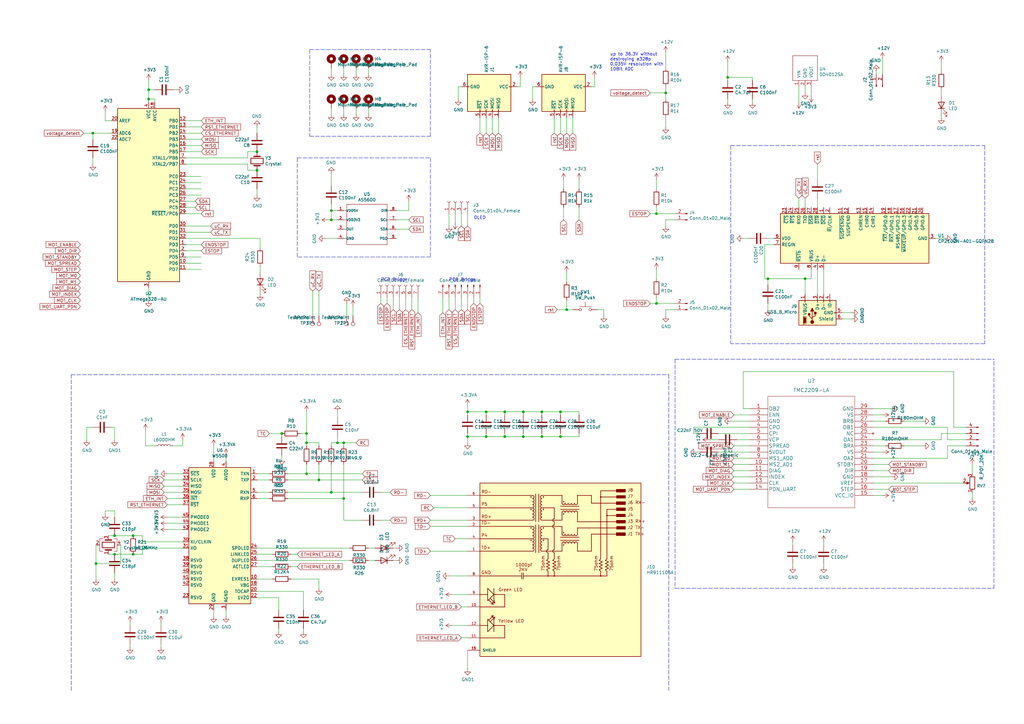
<source format=kicad_sch>
(kicad_sch (version 20211123) (generator eeschema)
  (paper "A3")
  (title_block (title "ETHERSWEEP 3") (rev "3.0.4") (company "github.com/neumi"))
  (junction (at 135.89 86.36))
  (junction (at 269.24 87.63))
  (junction (at 125.73 181.61))
  (junction (at 138.43 181.61))
  (junction (at 214.63 179.07))
  (junction (at 140.97 181.61))
  (junction (at 105.41 62.23))
  (junction (at 191.77 168.91))
  (junction (at 54.61 227.33))
  (junction (at 125.73 177.8))
  (junction (at 199.39 179.07))
  (junction (at 140.97 204.47))
  (junction (at 130.81 196.85))
  (junction (at 46.99 227.33))
  (junction (at 229.87 179.07))
  (junction (at 39.37 231.14))
  (junction (at 222.25 168.91))
  (junction (at 105.41 69.85))
  (junction (at 207.01 168.91))
  (junction (at 314.96 114.3))
  (junction (at 269.24 124.46))
  (junction (at 199.39 168.91))
  (junction (at 222.25 179.07))
  (junction (at 298.45 31.75))
  (junction (at 60.96 40.64))
  (junction (at 207.01 179.07))
  (junction (at 60.96 36.83))
  (junction (at 214.63 168.91))
  (junction (at 135.89 201.93))
  (junction (at 229.87 168.91))
  (junction (at 232.41 127))
  (junction (at 115.57 177.8))
  (junction (at 46.99 219.71))
  (junction (at 191.77 179.07))
  (junction (at 54.61 219.71))
  (junction (at 125.73 194.31))
  (junction (at 38.1 54.61))
  (junction (at 330.2 114.3))
  (junction (at 135.89 90.17))
  (junction (at 273.05 38.1))
  (wire (pts (xy 101.6 67.31) (xy 101.6 69.85)))
  (wire (pts (xy 386.08 180.34) (xy 386.08 177.8)))
  (wire (pts (xy 266.7 124.46) (xy 269.24 124.46)))
  (wire (pts (xy 330.2 114.3) (xy 330.2 120.65)))
  (wire (pts (xy 227.33 48.26) (xy 227.33 54.61)))
  (wire (pts (xy 330.2 81.28) (xy 330.2 85.09)))
  (wire (pts (xy 111.76 237.49) (xy 105.41 237.49)))
  (wire (pts (xy 184.15 127) (xy 184.15 121.92)))
  (wire (pts (xy 105.41 54.61) (xy 105.41 52.07)))
  (wire (pts (xy 68.58 212.09) (xy 74.93 212.09)))
  (wire (pts (xy 388.62 187.96) (xy 388.62 182.88)))
  (wire (pts (xy 162.56 90.17) (xy 167.64 90.17)))
  (wire (pts (xy 130.81 196.85) (xy 148.59 196.85)))
  (wire (pts (xy 186.69 87.63) (xy 186.69 91.44)))
  (wire (pts (xy 191.77 92.71) (xy 191.77 87.63)))
  (wire (pts (xy 46.99 227.33) (xy 54.61 227.33)))
  (wire (pts (xy 196.85 124.46) (xy 196.85 121.92)))
  (wire (pts (xy 222.25 170.18) (xy 222.25 168.91)))
  (wire (pts (xy 186.69 127) (xy 186.69 121.92)))
  (wire (pts (xy 388.62 182.88) (xy 396.24 182.88)))
  (polyline (pts (xy 29.21 153.67) (xy 274.32 153.67)))
  (wire (pts (xy 358.14 175.26) (xy 388.62 175.26)))
  (wire (pts (xy 358.14 193.04) (xy 364.49 193.04)))
  (wire (pts (xy 74.93 224.79) (xy 58.42 224.79)))
  (wire (pts (xy 124.46 257.81) (xy 124.46 259.08)))
  (wire (pts (xy 269.24 87.63) (xy 276.86 87.63)))
  (wire (pts (xy 76.2 97.79) (xy 106.68 97.79)))
  (wire (pts (xy 135.89 86.36) (xy 138.43 86.36)))
  (wire (pts (xy 191.77 166.37) (xy 191.77 168.91)))
  (wire (pts (xy 189.23 127) (xy 189.23 121.92)))
  (wire (pts (xy 222.25 177.8) (xy 222.25 179.07)))
  (wire (pts (xy 118.11 196.85) (xy 130.81 196.85)))
  (wire (pts (xy 276.86 127) (xy 273.05 127)))
  (wire (pts (xy 60.96 40.64) (xy 60.96 41.91)))
  (wire (pts (xy 214.63 179.07) (xy 222.25 179.07)))
  (wire (pts (xy 110.49 204.47) (xy 105.41 204.47)))
  (wire (pts (xy 135.89 44.45) (xy 135.89 46.99)))
  (polyline (pts (xy 176.53 64.77) (xy 176.53 105.41)))
  (wire (pts (xy 325.12 231.14) (xy 325.12 232.41)))
  (wire (pts (xy 146.05 44.45) (xy 146.05 46.99)))
  (wire (pts (xy 363.22 172.72) (xy 358.14 172.72)))
  (wire (pts (xy 171.45 121.92) (xy 171.45 128.27)))
  (polyline (pts (xy 127 20.32) (xy 127 55.88)))
  (wire (pts (xy 398.78 194.31) (xy 398.78 190.5)))
  (wire (pts (xy 59.69 176.53) (xy 59.69 182.88)))
  (polyline (pts (xy 121.92 64.77) (xy 176.53 64.77)))
  (wire (pts (xy 58.42 219.71) (xy 54.61 219.71)))
  (wire (pts (xy 115.57 179.07) (xy 115.57 177.8)))
  (wire (pts (xy 237.49 179.07) (xy 237.49 177.8)))
  (wire (pts (xy 207.01 168.91) (xy 199.39 168.91)))
  (wire (pts (xy 105.41 242.57) (xy 124.46 242.57)))
  (wire (pts (xy 82.55 74.93) (xy 76.2 74.93)))
  (wire (pts (xy 386.08 46.99) (xy 386.08 48.26)))
  (wire (pts (xy 229.87 168.91) (xy 222.25 168.91)))
  (wire (pts (xy 234.95 48.26) (xy 234.95 54.61)))
  (wire (pts (xy 273.05 90.17) (xy 273.05 92.71)))
  (wire (pts (xy 115.57 186.69) (xy 115.57 187.96)))
  (wire (pts (xy 110.49 177.8) (xy 115.57 177.8)))
  (wire (pts (xy 345.44 130.81) (xy 349.25 130.81)))
  (polyline (pts (xy 407.67 241.3) (xy 407.67 147.32)))
  (wire (pts (xy 74.93 207.01) (xy 68.58 207.01)))
  (polyline (pts (xy 276.86 147.32) (xy 407.67 147.32)))
  (wire (pts (xy 176.53 213.36) (xy 191.77 213.36)))
  (wire (pts (xy 140.97 190.5) (xy 140.97 204.47)))
  (wire (pts (xy 317.5 97.79) (xy 314.96 97.79)))
  (wire (pts (xy 80.01 85.09) (xy 76.2 85.09)))
  (wire (pts (xy 138.43 168.91) (xy 138.43 171.45)))
  (wire (pts (xy 58.42 222.25) (xy 74.93 222.25)))
  (wire (pts (xy 284.48 175.26) (xy 284.48 177.8)))
  (wire (pts (xy 44.45 219.71) (xy 46.99 219.71)))
  (wire (pts (xy 194.31 124.46) (xy 194.31 121.92)))
  (wire (pts (xy 361.95 30.48) (xy 361.95 24.13)))
  (wire (pts (xy 101.6 67.31) (xy 76.2 67.31)))
  (wire (pts (xy 76.2 52.07) (xy 82.55 52.07)))
  (wire (pts (xy 125.73 194.31) (xy 148.59 194.31)))
  (wire (pts (xy 144.78 129.54) (xy 144.78 125.73)))
  (wire (pts (xy 58.42 224.79) (xy 58.42 227.33)))
  (wire (pts (xy 140.97 213.36) (xy 148.59 213.36)))
  (wire (pts (xy 213.36 35.56) (xy 213.36 31.75)))
  (wire (pts (xy 151.13 229.87) (xy 153.67 229.87)))
  (polyline (pts (xy 276.86 147.32) (xy 276.86 241.3)))
  (wire (pts (xy 67.31 201.93) (xy 74.93 201.93)))
  (wire (pts (xy 34.29 54.61) (xy 38.1 54.61)))
  (wire (pts (xy 67.31 199.39) (xy 74.93 199.39)))
  (wire (pts (xy 76.2 82.55) (xy 80.01 82.55)))
  (wire (pts (xy 191.77 266.7) (xy 191.77 274.32)))
  (wire (pts (xy 237.49 77.47) (xy 237.49 73.66)))
  (wire (pts (xy 189.23 87.63) (xy 189.23 92.71)))
  (wire (pts (xy 294.64 177.8) (xy 307.34 177.8)))
  (wire (pts (xy 307.34 97.79) (xy 304.8 97.79)))
  (wire (pts (xy 191.77 168.91) (xy 191.77 170.18)))
  (wire (pts (xy 161.29 121.92) (xy 161.29 127)))
  (wire (pts (xy 327.66 85.09) (xy 327.66 81.28)))
  (wire (pts (xy 49.53 231.14) (xy 39.37 231.14)))
  (wire (pts (xy 232.41 123.19) (xy 232.41 127)))
  (wire (pts (xy 332.74 110.49) (xy 332.74 114.3)))
  (wire (pts (xy 63.5 41.91) (xy 63.5 40.64)))
  (wire (pts (xy 300.99 190.5) (xy 307.34 190.5)))
  (wire (pts (xy 307.34 180.34) (xy 302.26 180.34)))
  (wire (pts (xy 119.38 227.33) (xy 121.92 227.33)))
  (polyline (pts (xy 274.32 153.67) (xy 274.32 283.21)))
  (wire (pts (xy 298.45 40.64) (xy 298.45 41.91)))
  (wire (pts (xy 269.24 77.47) (xy 269.24 73.66)))
  (wire (pts (xy 191.77 121.92) (xy 191.77 127)))
  (wire (pts (xy 101.6 62.23) (xy 101.6 64.77)))
  (wire (pts (xy 332.74 114.3) (xy 330.2 114.3)))
  (wire (pts (xy 218.44 35.56) (xy 218.44 40.64)))
  (wire (pts (xy 345.44 128.27) (xy 349.25 128.27)))
  (wire (pts (xy 177.8 208.28) (xy 191.77 208.28)))
  (wire (pts (xy 191.77 236.22) (xy 184.15 236.22)))
  (wire (pts (xy 156.21 124.46) (xy 156.21 121.92)))
  (wire (pts (xy 71.12 182.88) (xy 74.93 182.88)))
  (wire (pts (xy 163.83 127) (xy 163.83 121.92)))
  (wire (pts (xy 76.2 100.33) (xy 82.55 100.33)))
  (wire (pts (xy 46.99 209.55) (xy 43.18 209.55)))
  (wire (pts (xy 60.96 118.11) (xy 60.96 123.19)))
  (wire (pts (xy 125.73 182.88) (xy 125.73 181.61)))
  (wire (pts (xy 76.2 49.53) (xy 82.55 49.53)))
  (wire (pts (xy 358.14 185.42) (xy 361.95 185.42)))
  (wire (pts (xy 229.87 48.26) (xy 229.87 54.61)))
  (wire (pts (xy 114.3 257.81) (xy 114.3 259.08)))
  (wire (pts (xy 39.37 223.52) (xy 39.37 231.14)))
  (wire (pts (xy 335.28 73.66) (xy 335.28 67.31)))
  (wire (pts (xy 199.39 168.91) (xy 191.77 168.91)))
  (wire (pts (xy 106.68 119.38) (xy 106.68 120.65)))
  (wire (pts (xy 269.24 124.46) (xy 276.86 124.46)))
  (wire (pts (xy 38.1 54.61) (xy 45.72 54.61)))
  (wire (pts (xy 222.25 168.91) (xy 214.63 168.91)))
  (wire (pts (xy 358.14 190.5) (xy 364.49 190.5)))
  (wire (pts (xy 307.34 195.58) (xy 300.99 195.58)))
  (wire (pts (xy 231.14 77.47) (xy 231.14 73.66)))
  (wire (pts (xy 304.8 167.64) (xy 304.8 152.4)))
  (wire (pts (xy 140.97 181.61) (xy 146.05 181.61)))
  (wire (pts (xy 207.01 177.8) (xy 207.01 179.07)))
  (wire (pts (xy 35.56 180.34) (xy 35.56 175.26)))
  (wire (pts (xy 161.29 229.87) (xy 162.56 229.87)))
  (wire (pts (xy 105.41 77.47) (xy 105.41 80.01)))
  (wire (pts (xy 135.89 83.82) (xy 135.89 86.36)))
  (wire (pts (xy 135.89 76.2) (xy 135.89 71.12)))
  (wire (pts (xy 214.63 170.18) (xy 214.63 168.91)))
  (wire (pts (xy 191.77 261.62) (xy 189.23 261.62)))
  (wire (pts (xy 313.69 100.33) (xy 313.69 114.3)))
  (wire (pts (xy 38.1 54.61) (xy 38.1 57.15)))
  (wire (pts (xy 58.42 219.71) (xy 58.42 222.25)))
  (wire (pts (xy 140.97 204.47) (xy 140.97 213.36)))
  (wire (pts (xy 119.38 232.41) (xy 121.92 232.41)))
  (wire (pts (xy 229.87 177.8) (xy 229.87 179.07)))
  (wire (pts (xy 138.43 90.17) (xy 135.89 90.17)))
  (wire (pts (xy 269.24 87.63) (xy 269.24 85.09)))
  (wire (pts (xy 63.5 40.64) (xy 60.96 40.64)))
  (wire (pts (xy 156.21 201.93) (xy 160.02 201.93)))
  (wire (pts (xy 158.75 124.46) (xy 158.75 121.92)))
  (wire (pts (xy 359.41 30.48) (xy 359.41 29.21)))
  (wire (pts (xy 86.36 95.25) (xy 76.2 95.25)))
  (wire (pts (xy 45.72 175.26) (xy 46.99 175.26)))
  (wire (pts (xy 166.37 127) (xy 166.37 121.92)))
  (wire (pts (xy 213.36 35.56) (xy 212.09 35.56)))
  (wire (pts (xy 273.05 38.1) (xy 273.05 40.64)))
  (wire (pts (xy 125.73 177.8) (xy 125.73 181.61)))
  (polyline (pts (xy 299.72 59.69) (xy 403.86 59.69)))
  (wire (pts (xy 287.02 185.42) (xy 285.75 185.42)))
  (wire (pts (xy 176.53 215.9) (xy 191.77 215.9)))
  (wire (pts (xy 191.77 179.07) (xy 191.77 181.61)))
  (wire (pts (xy 358.14 180.34) (xy 386.08 180.34)))
  (wire (pts (xy 76.2 87.63) (xy 82.55 87.63)))
  (wire (pts (xy 308.61 31.75) (xy 308.61 33.02)))
  (wire (pts (xy 335.28 120.65) (xy 335.28 110.49)))
  (wire (pts (xy 243.84 35.56) (xy 243.84 31.75)))
  (wire (pts (xy 307.34 200.66) (xy 300.99 200.66)))
  (wire (pts (xy 76.2 59.69) (xy 82.55 59.69)))
  (wire (pts (xy 130.81 181.61) (xy 130.81 182.88)))
  (wire (pts (xy 391.16 152.4) (xy 391.16 175.26)))
  (wire (pts (xy 43.18 49.53) (xy 43.18 45.72)))
  (wire (pts (xy 125.73 168.91) (xy 125.73 177.8)))
  (wire (pts (xy 269.24 114.3) (xy 269.24 110.49)))
  (wire (pts (xy 82.55 54.61) (xy 76.2 54.61)))
  (wire (pts (xy 232.41 115.57) (xy 232.41 111.76)))
  (wire (pts (xy 228.6 127) (xy 232.41 127)))
  (wire (pts (xy 186.69 220.98) (xy 191.77 220.98)))
  (wire (pts (xy 398.78 204.47) (xy 398.78 201.93)))
  (wire (pts (xy 247.65 127) (xy 247.65 129.54)))
  (wire (pts (xy 74.93 194.31) (xy 68.58 194.31)))
  (wire (pts (xy 298.45 31.75) (xy 308.61 31.75)))
  (wire (pts (xy 156.21 213.36) (xy 160.02 213.36)))
  (wire (pts (xy 229.87 170.18) (xy 229.87 168.91)))
  (wire (pts (xy 60.96 36.83) (xy 63.5 36.83)))
  (wire (pts (xy 214.63 177.8) (xy 214.63 179.07)))
  (wire (pts (xy 167.64 86.36) (xy 167.64 82.55)))
  (wire (pts (xy 135.89 201.93) (xy 148.59 201.93)))
  (wire (pts (xy 298.45 31.75) (xy 298.45 25.4)))
  (wire (pts (xy 135.89 27.94) (xy 135.89 30.48)))
  (wire (pts (xy 358.14 195.58) (xy 365.76 195.58)))
  (wire (pts (xy 199.39 48.26) (xy 199.39 54.61)))
  (wire (pts (xy 76.2 92.71) (xy 86.36 92.71)))
  (wire (pts (xy 49.53 223.52) (xy 49.53 231.14)))
  (polyline (pts (xy 276.86 241.3) (xy 407.67 241.3)))
  (wire (pts (xy 314.96 114.3) (xy 314.96 116.84)))
  (wire (pts (xy 358.14 170.18) (xy 361.95 170.18)))
  (wire (pts (xy 138.43 97.79) (xy 133.35 97.79)))
  (wire (pts (xy 76.2 102.87) (xy 82.55 102.87)))
  (wire (pts (xy 325.12 222.25) (xy 325.12 223.52)))
  (wire (pts (xy 82.55 57.15) (xy 76.2 57.15)))
  (wire (pts (xy 119.38 237.49) (xy 130.81 237.49)))
  (wire (pts (xy 383.54 97.79) (xy 387.35 97.79)))
  (wire (pts (xy 337.82 110.49) (xy 337.82 120.65)))
  (wire (pts (xy 128.27 129.54) (xy 128.27 119.38)))
  (wire (pts (xy 105.41 62.23) (xy 101.6 62.23)))
  (wire (pts (xy 43.18 209.55) (xy 43.18 210.82)))
  (wire (pts (xy 38.1 64.77) (xy 38.1 67.31)))
  (wire (pts (xy 118.11 201.93) (xy 135.89 201.93)))
  (wire (pts (xy 176.53 226.06) (xy 191.77 226.06)))
  (wire (pts (xy 191.77 177.8) (xy 191.77 179.07)))
  (wire (pts (xy 307.34 185.42) (xy 294.64 185.42)))
  (wire (pts (xy 201.93 54.61) (xy 201.93 48.26)))
  (polyline (pts (xy 127 20.32) (xy 176.53 20.32)))
  (wire (pts (xy 364.49 200.66) (xy 358.14 200.66)))
  (wire (pts (xy 307.34 187.96) (xy 300.99 187.96)))
  (wire (pts (xy 294.64 180.34) (xy 290.83 180.34)))
  (wire (pts (xy 45.72 49.53) (xy 43.18 49.53)))
  (wire (pts (xy 71.12 36.83) (xy 72.39 36.83)))
  (wire (pts (xy 332.74 35.56) (xy 332.74 39.37)))
  (wire (pts (xy 358.14 203.2) (xy 361.95 203.2)))
  (wire (pts (xy 76.2 105.41) (xy 82.55 105.41)))
  (wire (pts (xy 314.96 124.46) (xy 314.96 127)))
  (wire (pts (xy 140.97 44.45) (xy 140.97 46.99)))
  (wire (pts (xy 59.69 182.88) (xy 63.5 182.88)))
  (wire (pts (xy 214.63 168.91) (xy 207.01 168.91)))
  (wire (pts (xy 74.93 182.88) (xy 74.93 180.34)))
  (wire (pts (xy 135.89 182.88) (xy 135.89 181.61)))
  (wire (pts (xy 176.53 203.2) (xy 191.77 203.2)))
  (wire (pts (xy 237.49 90.17) (xy 237.49 85.09)))
  (wire (pts (xy 135.89 90.17) (xy 134.62 90.17)))
  (wire (pts (xy 196.85 48.26) (xy 196.85 54.61)))
  (wire (pts (xy 237.49 168.91) (xy 229.87 168.91)))
  (wire (pts (xy 307.34 167.64) (xy 304.8 167.64)))
  (wire (pts (xy 146.05 27.94) (xy 146.05 30.48)))
  (wire (pts (xy 232.41 54.61) (xy 232.41 48.26)))
  (wire (pts (xy 269.24 124.46) (xy 269.24 121.92)))
  (wire (pts (xy 106.68 109.22) (xy 106.68 111.76)))
  (wire (pts (xy 135.89 190.5) (xy 135.89 201.93)))
  (wire (pts (xy 35.56 175.26) (xy 38.1 175.26)))
  (wire (pts (xy 87.63 182.88) (xy 87.63 189.23)))
  (wire (pts (xy 105.41 224.79) (xy 143.51 224.79)))
  (wire (pts (xy 66.04 264.16) (xy 66.04 265.43)))
  (wire (pts (xy 138.43 179.07) (xy 138.43 181.61)))
  (wire (pts (xy 60.96 36.83) (xy 60.96 33.02)))
  (wire (pts (xy 388.62 175.26) (xy 388.62 180.34)))
  (wire (pts (xy 298.45 31.75) (xy 298.45 33.02)))
  (wire (pts (xy 123.19 177.8) (xy 125.73 177.8)))
  (wire (pts (xy 46.99 219.71) (xy 54.61 219.71)))
  (wire (pts (xy 327.66 35.56) (xy 327.66 41.91)))
  (wire (pts (xy 162.56 86.36) (xy 167.64 86.36)))
  (wire (pts (xy 60.96 36.83) (xy 60.96 40.64)))
  (wire (pts (xy 307.34 170.18) (xy 300.99 170.18)))
  (wire (pts (xy 66.04 255.27) (xy 66.04 256.54)))
  (wire (pts (xy 386.08 29.21) (xy 386.08 25.4)))
  (wire (pts (xy 317.5 100.33) (xy 313.69 100.33)))
  (wire (pts (xy 124.46 242.57) (xy 124.46 250.19)))
  (wire (pts (xy 307.34 193.04) (xy 300.99 193.04)))
  (wire (pts (xy 44.45 227.33) (xy 46.99 227.33)))
  (wire (pts (xy 135.89 90.17) (xy 135.89 86.36)))
  (wire (pts (xy 363.22 182.88) (xy 358.14 182.88)))
  (wire (pts (xy 284.48 177.8) (xy 287.02 177.8)))
  (polyline (pts (xy 176.53 55.88) (xy 176.53 20.32)))
  (wire (pts (xy 105.41 229.87) (xy 143.51 229.87)))
  (wire (pts (xy 314.96 114.3) (xy 330.2 114.3)))
  (wire (pts (xy 191.77 248.92) (xy 189.23 248.92)))
  (wire (pts (xy 307.34 175.26) (xy 284.48 175.26)))
  (wire (pts (xy 46.99 212.09) (xy 46.99 209.55)))
  (wire (pts (xy 87.63 250.19) (xy 87.63 252.73)))
  (wire (pts (xy 138.43 181.61) (xy 140.97 181.61)))
  (wire (pts (xy 76.2 110.49) (xy 82.55 110.49)))
  (wire (pts (xy 273.05 48.26) (xy 273.05 52.07)))
  (wire (pts (xy 105.41 194.31) (xy 110.49 194.31)))
  (wire (pts (xy 161.29 224.79) (xy 162.56 224.79)))
  (wire (pts (xy 168.91 127) (xy 168.91 121.92)))
  (wire (pts (xy 304.8 152.4) (xy 391.16 152.4)))
  (wire (pts (xy 330.2 35.56) (xy 330.2 38.1)))
  (wire (pts (xy 82.55 107.95) (xy 76.2 107.95)))
  (wire (pts (xy 105.41 69.85) (xy 101.6 69.85)))
  (wire (pts (xy 140.97 181.61) (xy 140.97 182.88)))
  (wire (pts (xy 92.71 250.19) (xy 92.71 252.73)))
  (wire (pts (xy 222.25 179.07) (xy 229.87 179.07)))
  (wire (pts (xy 391.16 175.26) (xy 396.24 175.26)))
  (wire (pts (xy 76.2 80.01) (xy 82.55 80.01)))
  (wire (pts (xy 388.62 180.34) (xy 396.24 180.34)))
  (wire (pts (xy 118.11 204.47) (xy 140.97 204.47)))
  (wire (pts (xy 370.84 182.88) (xy 378.46 182.88)))
  (wire (pts (xy 68.58 214.63) (xy 74.93 214.63)))
  (polyline (pts (xy 176.53 105.41) (xy 121.92 105.41)))
  (wire (pts (xy 135.89 181.61) (xy 138.43 181.61)))
  (wire (pts (xy 313.69 114.3) (xy 314.96 114.3)))
  (wire (pts (xy 92.71 186.69) (xy 92.71 189.23)))
  (polyline (pts (xy 299.72 59.69) (xy 299.72 140.97)))
  (wire (pts (xy 68.58 217.17) (xy 74.93 217.17)))
  (wire (pts (xy 39.37 231.14) (xy 39.37 237.49)))
  (wire (pts (xy 307.34 182.88) (xy 300.99 182.88)))
  (wire (pts (xy 130.81 119.38) (xy 130.81 129.54)))
  (wire (pts (xy 191.77 179.07) (xy 199.39 179.07)))
  (wire (pts (xy 335.28 85.09) (xy 335.28 81.28)))
  (wire (pts (xy 337.82 231.14) (xy 337.82 232.41)))
  (wire (pts (xy 308.61 40.64) (xy 308.61 41.91)))
  (wire (pts (xy 53.34 255.27) (xy 53.34 256.54)))
  (wire (pts (xy 187.96 35.56) (xy 187.96 40.64)))
  (wire (pts (xy 76.2 64.77) (xy 101.6 64.77)))
  (wire (pts (xy 53.34 264.16) (xy 53.34 265.43)))
  (wire (pts (xy 76.2 77.47) (xy 82.55 77.47)))
  (wire (pts (xy 184.15 87.63) (xy 184.15 92.71)))
  (wire (pts (xy 125.73 190.5) (xy 125.73 194.31)))
  (wire (pts (xy 370.84 172.72) (xy 378.46 172.72)))
  (wire (pts (xy 130.81 237.49) (xy 130.81 241.3)))
  (wire (pts (xy 199.39 170.18) (xy 199.39 168.91)))
  (wire (pts (xy 199.39 177.8) (xy 199.39 179.07)))
  (wire (pts (xy 276.86 90.17) (xy 273.05 90.17)))
  (wire (pts (xy 142.24 129.54) (xy 142.24 124.46)))
  (wire (pts (xy 386.08 177.8) (xy 396.24 177.8)))
  (polyline (pts (xy 29.21 283.21) (xy 29.21 153.67)))
  (wire (pts (xy 229.87 179.07) (xy 237.49 179.07)))
  (polyline (pts (xy 403.86 59.69) (xy 403.86 140.97)))
  (wire (pts (xy 219.71 35.56) (xy 218.44 35.56)))
  (wire (pts (xy 358.14 198.12) (xy 394.97 198.12)))
  (wire (pts (xy 273.05 127) (xy 273.05 129.54)))
  (wire (pts (xy 231.14 85.09) (xy 231.14 90.17)))
  (wire (pts (xy 307.34 198.12) (xy 300.99 198.12)))
  (wire (pts (xy 140.97 27.94) (xy 140.97 30.48)))
  (polyline (pts (xy 403.86 140.97) (xy 299.72 140.97)))
  (polyline (pts (xy 127 55.88) (xy 176.53 55.88)))
  (polyline (pts (xy 121.92 64.77) (xy 121.92 105.41)))
  (wire (pts (xy 106.68 97.79) (xy 106.68 101.6)))
  (wire (pts (xy 273.05 27.94) (xy 273.05 21.59)))
  (wire (pts (xy 46.99 175.26) (xy 46.99 180.34)))
  (wire (pts (xy 114.3 245.11) (xy 114.3 250.19)))
  (wire (pts (xy 130.81 190.5) (xy 130.81 196.85)))
  (wire (pts (xy 337.82 222.25) (xy 337.82 223.52)))
  (wire (pts (xy 307.34 172.72) (xy 299.72 172.72)))
  (wire (pts (xy 358.14 187.96) (xy 388.62 187.96)))
  (wire (pts (xy 207.01 179.07) (xy 214.63 179.07)))
  (wire (pts (xy 243.84 35.56) (xy 242.57 35.56)))
  (wire (pts (xy 204.47 48.26) (xy 204.47 54.61)))
  (wire (pts (xy 151.13 224.79) (xy 153.67 224.79)))
  (wire (pts (xy 358.14 167.64) (xy 365.76 167.64)))
  (wire (pts (xy 125.73 181.61) (xy 130.81 181.61)))
  (wire (pts (xy 189.23 35.56) (xy 187.96 35.56)))
  (wire (pts (xy 237.49 170.18) (xy 237.49 168.91)))
  (wire (pts (xy 54.61 227.33) (xy 58.42 227.33)))
  (wire (pts (xy 151.13 27.94) (xy 151.13 30.48)))
  (wire (pts (xy 76.2 62.23) (xy 82.55 62.23)))
  (wire (pts (xy 266.7 87.63) (xy 269.24 87.63)))
  (wire (pts (xy 185.42 243.84) (xy 191.77 243.84)))
  (wire (pts (xy 181.61 121.92) (xy 181.61 128.27)))
  (wire (pts (xy 105.41 227.33) (xy 111.76 227.33)))
  (wire (pts (xy 151.13 44.45) (xy 151.13 46.99)))
  (wire (pts (xy 167.64 93.98) (xy 162.56 93.98)))
  (wire (pts (xy 245.11 127) (xy 247.65 127)))
  (wire (pts (xy 118.11 194.31) (xy 125.73 194.31)))
  (wire (pts (xy 199.39 179.07) (xy 207.01 179.07)))
  (wire (pts (xy 266.7 38.1) (xy 273.05 38.1)))
  (wire (pts (xy 232.41 127) (xy 234.95 127)))
  (wire (pts (xy 105.41 232.41) (xy 111.76 232.41)))
  (wire (pts (xy 46.99 234.95) (xy 46.99 237.49)))
  (wire (pts (xy 76.2 72.39) (xy 82.55 72.39)))
  (wire (pts (xy 67.31 196.85) (xy 74.93 196.85)))
  (wire (pts (xy 105.41 201.93) (xy 110.49 201.93)))
  (wire (pts (xy 110.49 196.85) (xy 105.41 196.85)))
  (wire (pts (xy 185.42 256.54) (xy 191.77 256.54)))
  (wire (pts (xy 105.41 245.11) (xy 114.3 245.11)))
  (wire (pts (xy 386.08 36.83) (xy 386.08 39.37)))
  (wire (pts (xy 207.01 170.18) (xy 207.01 168.91)))
  (wire (pts (xy 74.93 204.47) (xy 68.58 204.47)))
  (wire (pts (xy 273.05 35.56) (xy 273.05 38.1)))
  (text "OLED" (at 194.31 90.17 0) (effects (font (size 1.27 1.27)) (justify left bottom)))
  (text "PCB Bridge" (at 184.15 115.57 0) (effects (font (size 1.27 1.27)) (justify left bottom)))
  (text "up to 36.3V without \ndestroying a328p \n0,035V resolution with \n10Bit ADC" (at 250.19 29.21 0) (effects (font (size 1.27 1.27)) (justify left bottom)))
  (text "PCB Bridge" (at 156.21 115.57 0) (effects (font (size 1.27 1.27)) (justify left bottom)))
  (global_label "ETH_INT" (shape input) (at 82.55 49.53 0) (property "Intersheet References" "${INTERSHEET_REFS}" (effects hide)))
  (global_label "ENDSTOP" (shape input) (at 82.55 100.33 0) (property "Intersheet References" "${INTERSHEET_REFS}" (effects hide)))
  (global_label "CS_ETHERNET" (shape input) (at 186.69 127 270) (property "Intersheet References" "${INTERSHEET_REFS}" (effects hide)))
  (global_label "TD-" (shape input) (at 148.59 194.31 0) (property "Intersheet References" "${INTERSHEET_REFS}" (effects hide)))
  (global_label "MOT_M0" (shape input) (at 33.02 113.03 180) (property "Intersheet References" "${INTERSHEET_REFS}" (effects hide)))
  (global_label "RST_ETHERNET" (shape input) (at 68.58 207.01 180) (property "Intersheet References" "${INTERSHEET_REFS}" (effects hide)))
  (global_label "TC" (shape input) (at 186.69 220.98 180) (property "Intersheet References" "${INTERSHEET_REFS}" (effects hide)))
  (global_label "MOSI" (shape input) (at 232.41 54.61 270) (property "Intersheet References" "${INTERSHEET_REFS}" (effects hide)))
  (global_label "MOT_ENABLE" (shape input) (at 33.02 100.33 180) (property "Intersheet References" "${INTERSHEET_REFS}" (effects hide)))
  (global_label "MOT_CLK" (shape input) (at 33.02 123.19 180) (property "Intersheet References" "${INTERSHEET_REFS}" (effects hide)))
  (global_label "MOT_M0" (shape input) (at 300.99 187.96 180) (property "Intersheet References" "${INTERSHEET_REFS}" (effects hide)))
  (global_label "rst" (shape input) (at 196.85 54.61 270) (property "Intersheet References" "${INTERSHEET_REFS}" (effects hide)))
  (global_label "MOT_INDEX" (shape input) (at 300.99 195.58 180) (property "Intersheet References" "${INTERSHEET_REFS}" (effects hide)))
  (global_label "MOT_DIR" (shape input) (at 364.49 193.04 0) (property "Intersheet References" "${INTERSHEET_REFS}" (effects hide)))
  (global_label "SCL" (shape input) (at 191.77 127 270) (property "Intersheet References" "${INTERSHEET_REFS}" (effects hide)))
  (global_label "TD+" (shape input) (at 176.53 226.06 180) (property "Intersheet References" "${INTERSHEET_REFS}" (effects hide)))
  (global_label "MOSI" (shape input) (at 201.93 54.61 270) (property "Intersheet References" "${INTERSHEET_REFS}" (effects hide)))
  (global_label "ESTOP" (shape input) (at 82.55 102.87 0) (property "Intersheet References" "${INTERSHEET_REFS}" (effects hide)))
  (global_label "TD+" (shape input) (at 148.59 196.85 0) (property "Intersheet References" "${INTERSHEET_REFS}" (effects hide)))
  (global_label "RC" (shape input) (at 177.8 208.28 180) (property "Intersheet References" "${INTERSHEET_REFS}" (effects hide)))
  (global_label "ENDSTOP" (shape input) (at 194.31 124.46 270) (property "Intersheet References" "${INTERSHEET_REFS}" (effects hide)))
  (global_label "MISO" (shape input) (at 204.47 54.61 270) (property "Intersheet References" "${INTERSHEET_REFS}" (effects hide)))
  (global_label "MOT_STANDBY" (shape input) (at 33.02 105.41 180) (property "Intersheet References" "${INTERSHEET_REFS}" (effects hide)))
  (global_label "SCK" (shape input) (at 67.31 196.85 180) (property "Intersheet References" "${INTERSHEET_REFS}" (effects hide)))
  (global_label "RST_ETHERNET" (shape input) (at 168.91 127 270) (property "Intersheet References" "${INTERSHEET_REFS}" (effects hide)))
  (global_label "RD+" (shape input) (at 160.02 213.36 0) (property "Intersheet References" "${INTERSHEET_REFS}" (effects hide)))
  (global_label "uC_TX" (shape input) (at 130.81 119.38 90) (property "Intersheet References" "${INTERSHEET_REFS}" (effects hide)))
  (global_label "ETHERNET_LED_A" (shape input) (at 189.23 261.62 180) (property "Intersheet References" "${INTERSHEET_REFS}" (effects hide)))
  (global_label "ETH_INT" (shape input) (at 68.58 204.47 180) (property "Intersheet References" "${INTERSHEET_REFS}" (effects hide)))
  (global_label "RST_ETHERNET" (shape input) (at 82.55 52.07 0) (property "Intersheet References" "${INTERSHEET_REFS}" (effects hide)))
  (global_label "SDA" (shape input) (at 163.83 127 270) (property "Intersheet References" "${INTERSHEET_REFS}" (effects hide)))
  (global_label "ESTOP" (shape input) (at 196.85 124.46 270) (property "Intersheet References" "${INTERSHEET_REFS}" (effects hide)))
  (global_label "uC_RX" (shape input) (at 86.36 92.71 0) (property "Intersheet References" "${INTERSHEET_REFS}" (effects hide)))
  (global_label "RD+" (shape input) (at 176.53 213.36 180) (property "Intersheet References" "${INTERSHEET_REFS}" (effects hide)))
  (global_label "uC_RX" (shape input) (at 330.2 81.28 90) (property "Intersheet References" "${INTERSHEET_REFS}" (effects hide)))
  (global_label "MISO" (shape input) (at 67.31 199.39 180) (property "Intersheet References" "${INTERSHEET_REFS}" (effects hide)))
  (global_label "MOT_ENABLE" (shape input) (at 300.99 170.18 180) (property "Intersheet References" "${INTERSHEET_REFS}" (effects hide)))
  (global_label "voltage_detect" (shape input) (at 266.7 38.1 180) (property "Intersheet References" "${INTERSHEET_REFS}" (effects hide)))
  (global_label "MOT_STEP" (shape input) (at 33.02 110.49 180) (property "Intersheet References" "${INTERSHEET_REFS}" (effects hide)))
  (global_label "SDA" (shape input) (at 167.64 93.98 0) (property "Intersheet References" "${INTERSHEET_REFS}" (effects hide)))
  (global_label "MOT_M1" (shape input) (at 300.99 190.5 180) (property "Intersheet References" "${INTERSHEET_REFS}" (effects hide)))
  (global_label "MOT_UART_PDN" (shape input) (at 33.02 125.73 180) (property "Intersheet References" "${INTERSHEET_REFS}" (effects hide)))
  (global_label "ETH_INT" (shape input) (at 181.61 128.27 270) (property "Intersheet References" "${INTERSHEET_REFS}" (effects hide)))
  (global_label "MOT_CLK" (shape input) (at 300.99 198.12 180) (property "Intersheet References" "${INTERSHEET_REFS}" (effects hide)))
  (global_label "SCK" (shape input) (at 229.87 54.61 270) (property "Intersheet References" "${INTERSHEET_REFS}" (effects hide)))
  (global_label "rst" (shape input) (at 335.28 67.31 90) (property "Intersheet References" "${INTERSHEET_REFS}" (effects hide)))
  (global_label "voltage_detect" (shape input) (at 34.29 54.61 180) (property "Intersheet References" "${INTERSHEET_REFS}" (effects hide)))
  (global_label "MOT_DIAG" (shape input) (at 33.02 118.11 180) (property "Intersheet References" "${INTERSHEET_REFS}" (effects hide)))
  (global_label "CS_ETHERNET" (shape input) (at 82.55 54.61 0) (property "Intersheet References" "${INTERSHEET_REFS}" (effects hide)))
  (global_label "SDA" (shape input) (at 237.49 90.17 270) (property "Intersheet References" "${INTERSHEET_REFS}" (effects hide)))
  (global_label "SCL" (shape input) (at 231.14 90.17 270) (property "Intersheet References" "${INTERSHEET_REFS}" (effects hide)))
  (global_label "ENDSTOP" (shape input) (at 158.75 124.46 270) (property "Intersheet References" "${INTERSHEET_REFS}" (effects hide)))
  (global_label "SCL" (shape input) (at 167.64 90.17 0) (property "Intersheet References" "${INTERSHEET_REFS}" (effects hide)))
  (global_label "MOT_SPREAD" (shape input) (at 300.99 182.88 180) (property "Intersheet References" "${INTERSHEET_REFS}" (effects hide)))
  (global_label "rst" (shape input) (at 82.55 87.63 0) (property "Intersheet References" "${INTERSHEET_REFS}" (effects hide)))
  (global_label "CS_ETHERNET" (shape input) (at 166.37 127 270) (property "Intersheet References" "${INTERSHEET_REFS}" (effects hide)))
  (global_label "uC_RX" (shape input) (at 128.27 119.38 90) (property "Intersheet References" "${INTERSHEET_REFS}" (effects hide)))
  (global_label "SCK" (shape input) (at 199.39 54.61 270) (property "Intersheet References" "${INTERSHEET_REFS}" (effects hide)))
  (global_label "MOT_INDEX" (shape input) (at 33.02 120.65 180) (property "Intersheet References" "${INTERSHEET_REFS}" (effects hide)))
  (global_label "MISO" (shape input) (at 82.55 59.69 0) (property "Intersheet References" "${INTERSHEET_REFS}" (effects hide)))
  (global_label "MOSI" (shape input) (at 67.31 201.93 180) (property "Intersheet References" "${INTERSHEET_REFS}" (effects hide)))
  (global_label "ESTOP" (shape input) (at 266.7 87.63 180) (property "Intersheet References" "${INTERSHEET_REFS}" (effects hide)))
  (global_label "MOT_STANDBY" (shape input) (at 364.49 190.5 0) (property "Intersheet References" "${INTERSHEET_REFS}" (effects hide)))
  (global_label "MISO" (shape input) (at 234.95 54.61 270) (property "Intersheet References" "${INTERSHEET_REFS}" (effects hide)))
  (global_label "rst" (shape input) (at 228.6 127 180) (property "Intersheet References" "${INTERSHEET_REFS}" (effects hide)))
  (global_label "TD-" (shape input) (at 176.53 215.9 180) (property "Intersheet References" "${INTERSHEET_REFS}" (effects hide)))
  (global_label "SDA" (shape input) (at 189.23 127 270) (property "Intersheet References" "${INTERSHEET_REFS}" (effects hide)))
  (global_label "ETHERNET_LED_B" (shape input) (at 121.92 232.41 0) (property "Intersheet References" "${INTERSHEET_REFS}" (effects hide)))
  (global_label "RST_ETHERNET" (shape input) (at 184.15 127 270) (property "Intersheet References" "${INTERSHEET_REFS}" (effects hide)))
  (global_label "MOT_M1" (shape input) (at 33.02 115.57 180) (property "Intersheet References" "${INTERSHEET_REFS}" (effects hide)))
  (global_label "MOT_DIR" (shape input) (at 33.02 102.87 180) (property "Intersheet References" "${INTERSHEET_REFS}" (effects hide)))
  (global_label "rst" (shape input) (at 227.33 54.61 270) (property "Intersheet References" "${INTERSHEET_REFS}" (effects hide)))
  (global_label "RC" (shape input) (at 146.05 181.61 0) (property "Intersheet References" "${INTERSHEET_REFS}" (effects hide)))
  (global_label "MOSI" (shape input) (at 82.55 57.15 0) (property "Intersheet References" "${INTERSHEET_REFS}" (effects hide)))
  (global_label "uC_TX" (shape input) (at 327.66 81.28 90) (property "Intersheet References" "${INTERSHEET_REFS}" (effects hide)))
  (global_label "SCL" (shape input) (at 189.23 92.71 270) (property "Intersheet References" "${INTERSHEET_REFS}" (effects hide)))
  (global_label "MOT_DIAG" (shape input) (at 300.99 193.04 180) (property "Intersheet References" "${INTERSHEET_REFS}" (effects hide)))
  (global_label "MOT_SPREAD" (shape input) (at 33.02 107.95 180) (property "Intersheet References" "${INTERSHEET_REFS}" (effects hide)))
  (global_label "SDA" (shape input) (at 191.77 92.71 270) (property "Intersheet References" "${INTERSHEET_REFS}" (effects hide)))
  (global_label "uC_TX" (shape input) (at 86.36 95.25 0) (property "Intersheet References" "${INTERSHEET_REFS}" (effects hide)))
  (global_label "SDA" (shape input) (at 80.01 82.55 0) (property "Intersheet References" "${INTERSHEET_REFS}" (effects hide)))
  (global_label "ENDSTOP" (shape input) (at 266.7 124.46 180) (property "Intersheet References" "${INTERSHEET_REFS}" (effects hide)))
  (global_label "SCL" (shape input) (at 161.29 127 270) (property "Intersheet References" "${INTERSHEET_REFS}" (effects hide)))
  (global_label "SCL" (shape input) (at 80.01 85.09 0) (property "Intersheet References" "${INTERSHEET_REFS}" (effects hide)))
  (global_label "MOT_UART_PDN" (shape input) (at 300.99 200.66 180) (property "Intersheet References" "${INTERSHEET_REFS}" (effects hide)))
  (global_label "ETHERNET_LED_B" (shape input) (at 189.23 248.92 180) (property "Intersheet References" "${INTERSHEET_REFS}" (effects hide)))
  (global_label "ETH_INT" (shape input) (at 171.45 128.27 270) (property "Intersheet References" "${INTERSHEET_REFS}" (effects hide)))
  (global_label "RD-" (shape input) (at 176.53 203.2 180) (property "Intersheet References" "${INTERSHEET_REFS}" (effects hide)))
  (global_label "RD-" (shape input) (at 160.02 201.93 0) (property "Intersheet References" "${INTERSHEET_REFS}" (effects hide)))
  (global_label "ETHERNET_LED_A" (shape input) (at 121.92 227.33 0) (property "Intersheet References" "${INTERSHEET_REFS}" (effects hide)))
  (global_label "MOT_STEP" (shape input) (at 364.49 200.66 0) (property "Intersheet References" "${INTERSHEET_REFS}" (effects hide)))
  (global_label "TC" (shape input) (at 110.49 177.8 180) (property "Intersheet References" "${INTERSHEET_REFS}" (effects hide)))
  (global_label "ESTOP" (shape input) (at 156.21 124.46 270) (property "Intersheet References" "${INTERSHEET_REFS}" (effects hide)))
  (global_label "SCK" (shape input) (at 82.55 62.23 0) (property "Intersheet References" "${INTERSHEET_REFS}" (effects hide)))
  (symbol (lib_id "power:GND") (at 184.15 92.71 0) (unit 1)
    (property "Reference" "#PWR0124" (effects hide))
    (property "Value" "GND" (at 184.277 97.1042 0))
  )
  (symbol (lib_id "Device:Crystal") (at 105.41 66.04 90) (unit 1)
    (property "Reference" "Y3" (at 108.7374 64.8716 90) (effects (justify right)))
    (property "Value" "Crystal" (at 108.7374 67.183 90) (effects (justify right)))
    (property "Footprint" "Crystal:Crystal_SMD_5032-2Pin_5.0x3.2mm" (effects hide))
    (property "LCSC" "C115962" (effects hide))
  )
  (symbol (lib_id "power:GND") (at 273.05 52.07 0) (unit 1)
    (property "Reference" "#PWR0182" (effects hide))
    (property "Value" "GND" (at 273.177 56.4642 0))
  )
  (symbol (lib_id "Device:R") (at 273.05 44.45 0) (unit 1)
    (property "Reference" "R17" (at 274.828 43.2816 0) (effects (justify left)))
    (property "Value" "R1k" (at 274.828 45.593 0) (effects (justify left)))
    (property "Footprint" "Resistor_SMD:R_0603_1608Metric" (effects hide))
    (property "LCSC" "C21190" (effects hide))
  )
  (symbol (lib_id "Device:R") (at 273.05 31.75 0) (unit 1)
    (property "Reference" "R16" (at 274.828 30.5816 0) (effects (justify left)))
    (property "Value" "R10k" (at 274.828 32.893 0) (effects (justify left)))
    (property "Footprint" "Resistor_SMD:R_0603_1608Metric" (effects hide))
    (property "LCSC" "C25804" (effects hide))
  )
  (symbol (lib_id "Device:C") (at 298.45 36.83 0) (unit 1)
    (property "Reference" "C2" (at 301.371 35.6616 0) (effects (justify left)))
    (property "Value" "C4.7uF" (at 301.371 37.973 0) (effects (justify left)))
    (property "Footprint" "Capacitor_SMD:C_1206_3216Metric" (effects hide))
    (property "LCSC" "C29823" (effects hide))
  )
  (symbol (lib_id "Connector:TestPoint") (at 144.78 129.54 180) (unit 1)
    (property "Reference" "TP1" (at 143.3068 132.5372 0) (effects (justify left)))
    (property "Value" "TestPoint" (at 143.3068 130.2258 0) (effects (justify left)))
    (property "Footprint" "TestPoint:TestPoint_Pad_D2.0mm" (effects hide))
  )
  (symbol (lib_id "Connector:TestPoint") (at 142.24 129.54 180) (unit 1)
    (property "Reference" "TP2" (at 140.7668 132.5372 0) (effects (justify left)))
    (property "Value" "TestPoint" (at 140.7668 130.2258 0) (effects (justify left)))
    (property "Footprint" "TestPoint:TestPoint_Pad_D2.0mm" (effects hide))
  )
  (symbol (lib_id "MCU_Microchip_ATmega:ATmega328-AU") (at 60.96 80.01 0) (unit 1)
    (property "Reference" "U2" (at 60.96 120.3706 0))
    (property "Value" "ATmega328-AU" (at 60.96 122.682 0))
    (property "Footprint" "Package_QFP:TQFP-32_7x7mm_P0.8mm" (effects hide))
    (property "Datasheet" "http://ww1.microchip.com/downloads/en/DeviceDoc/ATmega328_P%20AVR%20MCU%20with%20picoPower%20Technology%20Data%20Sheet%2040001984A.pdf" (effects hide))
    (property "LCSC" "C14877" (effects hide))
  )
  (symbol (lib_id "power:+12V") (at 273.05 21.59 0) (unit 1)
    (property "Reference" "#PWR0183" (effects hide))
    (property "Value" "+12V" (at 273.431 17.1958 0))
  )
  (symbol (lib_id "power:GND") (at 142.24 124.46 180) (unit 1)
    (property "Reference" "#PWR0143" (effects hide))
    (property "Value" "GND" (at 142.113 120.0658 0))
  )
  (symbol (lib_id "Mechanical:MountingHole_Pad") (at 151.13 25.4 0) (unit 1)
    (property "Reference" "H4" (at 153.67 24.1554 0) (effects (justify left)))
    (property "Value" "MountingHole_Pad" (at 153.67 26.4668 0) (effects (justify left)))
    (property "Footprint" "MountingHole:MountingHole_3.2mm_M3_Pad_Via" (effects hide))
  )
  (symbol (lib_id "power:GND") (at 151.13 30.48 0) (unit 1)
    (property "Reference" "#PWR0144" (effects hide))
    (property "Value" "GND" (at 151.257 34.8742 0))
  )
  (symbol (lib_id "Mechanical:MountingHole_Pad") (at 146.05 25.4 0) (unit 1)
    (property "Reference" "H3" (at 148.59 24.1554 0) (effects (justify left)))
    (property "Value" "MountingHole_Pad" (at 148.59 26.4668 0) (effects (justify left)))
    (property "Footprint" "MountingHole:MountingHole_3.2mm_M3_Pad_Via" (effects hide))
  )
  (symbol (lib_id "power:GND") (at 146.05 30.48 0) (unit 1)
    (property "Reference" "#PWR0145" (effects hide))
    (property "Value" "GND" (at 146.177 34.8742 0))
  )
  (symbol (lib_id "power:+3.3V") (at 144.78 125.73 0) (unit 1)
    (property "Reference" "#PWR0181" (effects hide))
    (property "Value" "+3.3V" (at 145.161 121.3358 0))
  )
  (symbol (lib_id "Mechanical:MountingHole_Pad") (at 140.97 25.4 0) (unit 1)
    (property "Reference" "H2" (at 143.51 24.1554 0) (effects (justify left)))
    (property "Value" "MountingHole_Pad" (at 143.51 26.4668 0) (effects (justify left)))
    (property "Footprint" "MountingHole:MountingHole_3.2mm_M3_Pad_Via" (effects hide))
  )
  (symbol (lib_id "power:GND") (at 140.97 30.48 0) (unit 1)
    (property "Reference" "#PWR0146" (effects hide))
    (property "Value" "GND" (at 141.097 34.8742 0))
  )
  (symbol (lib_id "Mechanical:MountingHole_Pad") (at 135.89 25.4 0) (unit 1)
    (property "Reference" "H1" (at 138.43 24.1554 0) (effects (justify left)))
    (property "Value" "MountingHole_Pad" (at 138.43 26.4668 0) (effects (justify left)))
    (property "Footprint" "MountingHole:MountingHole_3.2mm_M3_Pad_Via" (effects hide))
  )
  (symbol (lib_id "power:GND") (at 135.89 30.48 0) (unit 1)
    (property "Reference" "#PWR0147" (effects hide))
    (property "Value" "GND" (at 136.017 34.8742 0))
  )
  (symbol (lib_id "power:+12V") (at 298.45 25.4 0) (unit 1)
    (property "Reference" "#PWR0101" (effects hide))
    (property "Value" "+12V" (at 298.831 21.0058 0))
  )
  (symbol (lib_id "power:+3.3V") (at 134.62 90.17 90) (unit 1)
    (property "Reference" "#PWR0102" (effects hide))
    (property "Value" "+3.3V" (at 130.2258 89.789 0))
  )
  (symbol (lib_id "power:+3.3V") (at 167.64 82.55 0) (unit 1)
    (property "Reference" "#PWR0104" (effects hide))
    (property "Value" "+3.3V" (at 168.021 78.1558 0))
  )
  (symbol (lib_id "power:+3.3V") (at 269.24 73.66 0) (unit 1)
    (property "Reference" "#PWR0118" (effects hide))
    (property "Value" "+3.3V" (at 269.621 69.2658 0))
  )
  (symbol (lib_id "power:+3.3V") (at 269.24 110.49 0) (unit 1)
    (property "Reference" "#PWR0119" (effects hide))
    (property "Value" "+3.3V" (at 269.621 106.0958 0))
  )
  (symbol (lib_id "power:+3.3V") (at 43.18 45.72 0) (unit 1)
    (property "Reference" "#PWR0106" (effects hide))
    (property "Value" "+3.3V" (at 43.561 41.3258 0))
  )
  (symbol (lib_id "power:+3.3V") (at 60.96 33.02 0) (unit 1)
    (property "Reference" "#PWR0108" (effects hide))
    (property "Value" "+3.3V" (at 61.341 28.6258 0))
  )
  (symbol (lib_id "power:+3.3V") (at 213.36 31.75 0) (unit 1)
    (property "Reference" "#PWR0111" (effects hide))
    (property "Value" "+3.3V" (at 213.741 27.3558 0))
  )
  (symbol (lib_id "power:+3.3V") (at 186.69 91.44 180) (unit 1)
    (property "Reference" "#PWR0112" (effects hide))
    (property "Value" "+3.3V" (at 186.309 95.8342 0))
  )
  (symbol (lib_id "power:+3.3V") (at 232.41 111.76 0) (unit 1)
    (property "Reference" "#PWR0114" (effects hide))
    (property "Value" "+3.3V" (at 232.791 107.3658 0))
  )
  (symbol (lib_id "Interface_Ethernet:W5500") (at 90.17 219.71 0) (unit 1)
    (property "Reference" "U6" (at 90.17 184.6326 0))
    (property "Value" "W5500" (at 90.17 186.944 0))
    (property "Footprint" "Package_QFP:LQFP-48_7x7mm_P0.5mm" (effects hide))
    (property "Datasheet" "http://wizwiki.net/wiki/lib/exe/fetch.php/products:w5500:w5500_ds_v109e.pdf" (effects hide))
    (property "LCSC" " C32843" (effects hide))
  )
  (symbol (lib_id "Connector:Conn_01x04_Female") (at 186.69 82.55 90) (unit 1)
    (property "Reference" "J3" (at 194.0052 84.1248 90) (effects (justify right)))
    (property "Value" "Conn_01x04_Female" (at 194.0052 86.4362 90) (effects (justify right)))
    (property "Footprint" "Connector_PinHeader_2.54mm:PinHeader_1x04_P2.54mm_Vertical" (effects hide))
  )
  (symbol (lib_id "Switch:SW_Push") (at 240.03 127 0) (unit 1)
    (property "Reference" "SW1" (at 240.03 119.761 0))
    (property "Value" "SW_Push" (at 240.03 122.0724 0))
    (property "Footprint" "Button_Switch_SMD:SW_Push_SPST_NO_Alps_SKRK" (effects hide))
    (property "LCSC" "C720477" (effects hide))
  )
  (symbol (lib_id "power:GND") (at 247.65 129.54 0) (unit 1)
    (property "Reference" "#PWR0103" (effects hide))
    (property "Value" "GND" (at 247.777 133.9342 0))
  )
  (symbol (lib_id "Device:R") (at 232.41 119.38 0) (unit 1)
    (property "Reference" "R3" (at 234.188 118.2116 0) (effects (justify left)))
    (property "Value" "R10k" (at 234.188 120.523 0) (effects (justify left)))
    (property "Footprint" "Resistor_SMD:R_0603_1608Metric" (effects hide))
    (property "LCSC" "C25804" (effects hide))
  )
  (symbol (lib_id "Connector:Conn_01x02_Male") (at 281.94 127 180) (unit 1)
    (property "Reference" "J5" (at 282.6512 124.0028 0) (effects (justify right)))
    (property "Value" "Conn_01x02_Male" (at 282.6512 126.3142 0) (effects (justify right)))
    (property "Footprint" "Connector_JST:JST_EH_S2B-EH_1x02_P2.50mm_Horizontal" (effects hide))
    (property "LCSC" "C225424" (effects hide))
  )
  (symbol (lib_id "power:GND") (at 273.05 129.54 0) (unit 1)
    (property "Reference" "#PWR0105" (effects hide))
    (property "Value" "GND" (at 273.177 133.9342 0))
  )
  (symbol (lib_id "Device:R") (at 269.24 118.11 0) (unit 1)
    (property "Reference" "R2" (at 271.018 116.9416 0) (effects (justify left)))
    (property "Value" "R10k" (at 271.018 119.253 0) (effects (justify left)))
    (property "Footprint" "Resistor_SMD:R_0603_1608Metric" (effects hide))
    (property "LCSC" "C25804" (effects hide))
  )
  (symbol (lib_id "Connector:Conn_01x02_Male") (at 281.94 90.17 180) (unit 1)
    (property "Reference" "J4" (at 282.6512 87.1728 0) (effects (justify right)))
    (property "Value" "Conn_01x02_Male" (at 282.6512 89.4842 0) (effects (justify right)))
    (property "Footprint" "Connector_JST:JST_EH_S2B-EH_1x02_P2.50mm_Horizontal" (effects hide))
    (property "LCSC" "C225424" (effects hide))
  )
  (symbol (lib_id "power:GND") (at 273.05 92.71 0) (unit 1)
    (property "Reference" "#PWR0107" (effects hide))
    (property "Value" "GND" (at 273.177 97.1042 0))
  )
  (symbol (lib_id "Device:R") (at 269.24 81.28 0) (unit 1)
    (property "Reference" "R1" (at 271.018 80.1116 0) (effects (justify left)))
    (property "Value" "R10k" (at 271.018 82.423 0) (effects (justify left)))
    (property "Footprint" "Resistor_SMD:R_0603_1608Metric" (effects hide))
    (property "LCSC" "C25804" (effects hide))
  )
  (symbol (lib_id "Connector:AVR-ISP-6") (at 199.39 38.1 270) (unit 1)
    (property "Reference" "J1" (at 201.8284 29.7434 0) (effects (justify right)))
    (property "Value" "AVR-ISP-6" (at 199.517 29.7434 0) (effects (justify right)))
    (property "Footprint" "Connector_IDC:IDC-Header_2x03_P2.54mm_Vertical" (effects hide))
    (property "Datasheet" " ~" (effects hide))
  )
  (symbol (lib_id "power:GND") (at 187.96 40.64 0) (unit 1)
    (property "Reference" "#PWR0110" (effects hide))
    (property "Value" "GND" (at 188.087 45.0342 0))
  )
  (symbol (lib_id "AS5600:AS5600") (at 149.86 92.71 0) (unit 1)
    (property "Reference" "U5" (at 150.495 79.629 0))
    (property "Value" "AS5600" (at 150.495 81.9404 0))
    (property "Footprint" "modules:AS5600" (effects hide))
  )
  (symbol (lib_id "power:GND") (at 133.35 97.79 270) (unit 1)
    (property "Reference" "#PWR0113" (effects hide))
    (property "Value" "GND" (at 128.9558 97.917 0))
  )
  (symbol (lib_id "Device:R") (at 386.08 33.02 0) (unit 1)
    (property "Reference" "R13" (at 380.8222 33.02 90))
    (property "Value" "R330" (at 383.1336 33.02 90))
    (property "Footprint" "Resistor_SMD:R_0603_1608Metric" (effects hide))
    (property "LCSC" "C23138" (effects hide))
  )
  (symbol (lib_id "power:+3.3V") (at 386.08 25.4 0) (unit 1)
    (property "Reference" "#PWR0134" (effects hide))
    (property "Value" "+3.3V" (at 386.461 21.0058 0))
  )
  (symbol (lib_id "Device:C") (at 135.89 80.01 0) (unit 1)
    (property "Reference" "C12" (at 138.811 78.8416 0) (effects (justify left)))
    (property "Value" "C100nF" (at 138.811 81.153 0) (effects (justify left)))
    (property "Footprint" "Capacitor_SMD:C_0805_2012Metric" (effects hide))
    (property "LCSC" "C49678" (effects hide))
  )
  (symbol (lib_id "power:GND") (at 135.89 71.12 180) (unit 1)
    (property "Reference" "#PWR0116" (effects hide))
    (property "Value" "GND" (at 135.763 66.7258 0))
  )
  (symbol (lib_id "Device:LED") (at 386.08 43.18 90) (unit 1)
    (property "Reference" "D1" (at 389.0772 42.1894 90) (effects (justify right)))
    (property "Value" "LED" (at 389.0772 44.5008 90) (effects (justify right)))
    (property "Footprint" "LED_SMD:LED_0603_1608Metric" (effects hide))
    (property "LCSC" "C2286" (effects hide))
  )
  (symbol (lib_id "power:GND") (at 386.08 48.26 0) (unit 1)
    (property "Reference" "#PWR0135" (effects hide))
    (property "Value" "GND" (at 386.207 52.6542 0))
  )
  (symbol (lib_id "power:+3.3VA") (at 92.71 186.69 0) (unit 1)
    (property "Reference" "#PWR0130" (effects hide))
    (property "Value" "+3.3VA" (at 93.091 182.2958 0))
  )
  (symbol (lib_id "power:GND") (at 60.96 123.19 0) (unit 1)
    (property "Reference" "#PWR0117" (effects hide))
    (property "Value" "GND" (at 61.087 127.5842 0))
  )
  (symbol (lib_id "Device:R") (at 115.57 227.33 270) (unit 1)
    (property "Reference" "R19" (at 115.57 222.0722 90))
    (property "Value" "R330" (at 115.57 224.3836 90))
    (property "Footprint" "Resistor_SMD:R_0603_1608Metric" (effects hide))
    (property "LCSC" "C23138" (effects hide))
  )
  (symbol (lib_id "Device:R") (at 115.57 232.41 270) (unit 1)
    (property "Reference" "R20" (at 115.57 227.1522 90))
    (property "Value" "R330" (at 115.57 229.4636 90))
    (property "Footprint" "Resistor_SMD:R_0603_1608Metric" (effects hide))
    (property "LCSC" "C23138" (effects hide))
  )
  (symbol (lib_id "power:GND") (at 359.41 29.21 180) (unit 1)
    (property "Reference" "#PWR0120" (effects hide))
    (property "Value" "GND" (at 359.283 24.8158 0))
  )
  (symbol (lib_id "power:+12V") (at 361.95 24.13 0) (unit 1)
    (property "Reference" "#PWR0121" (effects hide))
    (property "Value" "+12V" (at 362.331 19.7358 0))
  )
  (symbol (lib_id "Device:C") (at 308.61 36.83 0) (unit 1)
    (property "Reference" "C6" (at 311.531 35.6616 0) (effects (justify left)))
    (property "Value" "C100nF" (at 311.531 37.973 0) (effects (justify left)))
    (property "Footprint" "Capacitor_SMD:C_0805_2012Metric" (effects hide))
    (property "LCSC" "C49678" (effects hide))
  )
  (symbol (lib_id "power:+3.3V") (at 87.63 182.88 0) (unit 1)
    (property "Reference" "#PWR0184" (effects hide))
    (property "Value" "+3.3V" (at 88.011 178.4858 0))
  )
  (symbol (lib_id "power:GND") (at 308.61 41.91 0) (unit 1)
    (property "Reference" "#PWR0126" (effects hide))
    (property "Value" "GND" (at 308.737 46.3042 0))
  )
  (symbol (lib_id "power:GND") (at 298.45 41.91 0) (unit 1)
    (property "Reference" "#PWR0127" (effects hide))
    (property "Value" "GND" (at 298.577 46.3042 0))
  )
  (symbol (lib_id "power:GND") (at 66.04 265.43 0) (unit 1)
    (property "Reference" "#PWR0186" (effects hide))
    (property "Value" "GND" (at 66.167 269.8242 0))
  )
  (symbol (lib_id "power:+3.3V") (at 66.04 255.27 0) (unit 1)
    (property "Reference" "#PWR0187" (effects hide))
    (property "Value" "+3.3V" (at 66.421 250.8758 0))
  )
  (symbol (lib_id "Device:C") (at 66.04 260.35 0) (unit 1)
    (property "Reference" "C30" (at 68.961 259.1816 0) (effects (justify left)))
    (property "Value" "C10uF" (at 68.961 261.493 0) (effects (justify left)))
    (property "Footprint" "Capacitor_SMD:C_0805_2012Metric" (effects hide))
    (property "Datasheet" "https://datasheet.lcsc.com/szlcsc/Samsung-Electro-Mechanics-CL21B105KBFNNNE_C28323.pdf" (effects hide))
    (property "LCSC" "C15850" (effects hide))
  )
  (symbol (lib_id "Device:C") (at 67.31 36.83 90) (unit 1)
    (property "Reference" "C1" (at 66.1416 33.909 0) (effects (justify left)))
    (property "Value" "C100nF" (at 68.453 33.909 0) (effects (justify left)))
    (property "Footprint" "Capacitor_SMD:C_0805_2012Metric" (effects hide))
    (property "LCSC" "C49678" (effects hide))
  )
  (symbol (lib_id "power:GND") (at 72.39 36.83 90) (unit 1)
    (property "Reference" "#PWR0137" (effects hide))
    (property "Value" "GND" (at 76.7842 36.703 0))
  )
  (symbol (lib_id "Device:R") (at 106.68 105.41 0) (unit 1)
    (property "Reference" "R24" (at 101.4222 105.41 90))
    (property "Value" "R330" (at 103.7336 105.41 90))
    (property "Footprint" "Resistor_SMD:R_0603_1608Metric" (effects hide))
    (property "LCSC" "C23138" (effects hide))
  )
  (symbol (lib_id "Device:LED") (at 106.68 115.57 90) (unit 1)
    (property "Reference" "D2" (at 109.6772 114.5794 90) (effects (justify right)))
    (property "Value" "LED" (at 109.6772 116.8908 90) (effects (justify right)))
    (property "Footprint" "LED_SMD:LED_0603_1608Metric" (effects hide))
    (property "LCSC" "C2286" (effects hide))
  )
  (symbol (lib_id "power:GND") (at 106.68 120.65 0) (unit 1)
    (property "Reference" "#PWR0136" (effects hide))
    (property "Value" "GND" (at 106.807 125.0442 0))
  )
  (symbol (lib_id "power:GND") (at 53.34 265.43 0) (unit 1)
    (property "Reference" "#PWR0194" (effects hide))
    (property "Value" "GND" (at 53.467 269.8242 0))
  )
  (symbol (lib_id "Device:C") (at 53.34 260.35 0) (unit 1)
    (property "Reference" "C29" (at 56.261 259.1816 0) (effects (justify left)))
    (property "Value" "C100nF" (at 56.261 261.493 0) (effects (justify left)))
    (property "Footprint" "Capacitor_SMD:C_0805_2012Metric" (effects hide))
    (property "LCSC" "C1525" (effects hide))
  )
  (symbol (lib_id "power:+3.3V") (at 53.34 255.27 0) (unit 1)
    (property "Reference" "#PWR0195" (effects hide))
    (property "Value" "+3.3V" (at 53.721 250.8758 0))
  )
  (symbol (lib_id "HR911105A:HR911105A") (at 229.87 233.68 0) (unit 1)
    (property "Reference" "J10" (at 265.1506 232.5116 0) (effects (justify left)))
    (property "Value" "HR911105A" (at 265.1506 234.823 0) (effects (justify left)))
    (property "Footprint" "modules:HANRUN_HR911105A" (effects hide))
    (property "MF" "HanRun" (effects hide))
    (property "DESCRIPTION" "DIP RJ45 Connector;" (effects hide))
    (property "PACKAGE" "None" (effects hide))
    (property "PARTREV" "A" (effects hide))
    (property "PRICE" "None" (effects hide))
    (property "MP" "HR911105A" (effects hide))
    (property "STANDARD" "Manufacturer Recommendation" (effects hide))
    (property "AVAILABILITY" "Unavailable" (effects hide))
    (property "LCSC" "C12074" (effects hide))
  )
  (symbol (lib_id "Device:C") (at 105.41 73.66 180) (unit 1)
    (property "Reference" "C10" (at 102.489 74.8284 0) (effects (justify left)))
    (property "Value" "C22pF" (at 102.489 72.517 0) (effects (justify left)))
    (property "Footprint" "Capacitor_SMD:C_0402_1005Metric" (effects hide))
    (property "LCSC" "C1555" (effects hide))
  )
  (symbol (lib_id "Device:C") (at 105.41 58.42 180) (unit 1)
    (property "Reference" "C8" (at 102.489 59.5884 0) (effects (justify left)))
    (property "Value" "C22pF" (at 102.489 57.277 0) (effects (justify left)))
    (property "Footprint" "Capacitor_SMD:C_0402_1005Metric" (effects hide))
    (property "LCSC" "C1555" (effects hide))
  )
  (symbol (lib_id "power:GND") (at 105.41 52.07 180) (unit 1)
    (property "Reference" "#PWR0148" (effects hide))
    (property "Value" "GND" (at 105.283 47.6758 0))
  )
  (symbol (lib_id "power:GND") (at 105.41 80.01 0) (unit 1)
    (property "Reference" "#PWR0149" (effects hide))
    (property "Value" "GND" (at 105.537 84.4042 0))
  )
  (symbol (lib_id "power:+3.3VA") (at 74.93 180.34 0) (unit 1)
    (property "Reference" "#PWR0204" (effects hide))
    (property "Value" "+3.3VA" (at 75.311 175.9458 0))
  )
  (symbol (lib_id "power:GND1") (at 191.77 274.32 0) (unit 1)
    (property "Reference" "#PWR0205" (effects hide))
    (property "Value" "GND1" (at 191.897 278.7142 0))
  )
  (symbol (lib_id "power:GND1") (at 184.15 236.22 270) (unit 1)
    (property "Reference" "#PWR0206" (effects hide))
    (property "Value" "GND1" (at 179.7558 236.347 0))
  )
  (symbol (lib_id "Device:L") (at 67.31 182.88 90) (unit 1)
    (property "Reference" "L1" (at 67.31 178.054 90))
    (property "Value" "L600OHM" (at 67.31 180.3654 90))
    (property "Footprint" "Inductor_SMD:L_0805_2012Metric" (effects hide))
    (property "LCSC" "C1017" (effects hide))
  )
  (symbol (lib_id "power:+3.3V") (at 59.69 176.53 0) (unit 1)
    (property "Reference" "#PWR0207" (effects hide))
    (property "Value" "+3.3V" (at 60.071 172.1358 0))
  )
  (symbol (lib_id "Device:Crystal_GND24") (at 44.45 223.52 90) (unit 1)
    (property "Reference" "Y2" (at 50.6476 222.3516 90) (effects (justify right)))
    (property "Value" "Crystal_25MHz" (at 50.6476 224.663 90) (effects (justify right)))
    (property "Footprint" "Crystal:Crystal_SMD_3225-4Pin_3.2x2.5mm" (effects hide))
    (property "Datasheet" "https://datasheet.lcsc.com/szlcsc/Hubei-TKD-Elec-SX32Y025000BC1T_C271632.pdf" (effects hide))
    (property "LCSC" "C9006" (effects hide))
  )
  (symbol (lib_id "power:GND") (at 39.37 237.49 0) (unit 1)
    (property "Reference" "#PWR0208" (effects hide))
    (property "Value" "GND" (at 39.497 241.8842 0))
  )
  (symbol (lib_id "Device:C") (at 46.99 215.9 0) (unit 1)
    (property "Reference" "C33" (at 49.911 214.7316 0) (effects (justify left)))
    (property "Value" "C18pF" (at 49.911 217.043 0) (effects (justify left)))
    (property "Footprint" "Capacitor_SMD:C_0402_1005Metric" (effects hide))
    (property "LCSC" "C1549" (effects hide))
  )
  (symbol (lib_id "Device:C") (at 46.99 231.14 0) (unit 1)
    (property "Reference" "C34" (at 49.911 229.9716 0) (effects (justify left)))
    (property "Value" "C18pF" (at 49.911 232.283 0) (effects (justify left)))
    (property "Footprint" "Capacitor_SMD:C_0402_1005Metric" (effects hide))
    (property "LCSC" "C1549" (effects hide))
  )
  (symbol (lib_id "power:GND") (at 46.99 237.49 0) (unit 1)
    (property "Reference" "#PWR0209" (effects hide))
    (property "Value" "GND" (at 47.117 241.8842 0))
  )
  (symbol (lib_id "power:GND") (at 43.18 210.82 0) (unit 1)
    (property "Reference" "#PWR0210" (effects hide))
    (property "Value" "GND" (at 43.307 215.2142 0))
  )
  (symbol (lib_id "Device:R") (at 54.61 223.52 0) (unit 1)
    (property "Reference" "R21" (at 56.388 222.3516 0) (effects (justify left)))
    (property "Value" "R1M" (at 56.388 224.663 0) (effects (justify left)))
    (property "Footprint" "Resistor_SMD:R_0603_1608Metric" (effects hide))
    (property "LCSC" "C17514" (effects hide))
  )
  (symbol (lib_id "power:+3.3V") (at 68.58 212.09 90) (unit 1)
    (property "Reference" "#PWR0211" (effects hide))
    (property "Value" "+3.3V" (at 64.1858 211.709 0))
  )
  (symbol (lib_id "power:+3.3V") (at 68.58 214.63 90) (unit 1)
    (property "Reference" "#PWR0212" (effects hide))
    (property "Value" "+3.3V" (at 64.1858 214.249 0))
  )
  (symbol (lib_id "power:+3.3V") (at 68.58 217.17 90) (unit 1)
    (property "Reference" "#PWR0213" (effects hide))
    (property "Value" "+3.3V" (at 64.1858 216.789 0))
  )
  (symbol (lib_id "power:GND") (at 87.63 252.73 0) (unit 1)
    (property "Reference" "#PWR0214" (effects hide))
    (property "Value" "GND" (at 87.757 257.1242 0))
  )
  (symbol (lib_id "power:GND") (at 92.71 252.73 0) (unit 1)
    (property "Reference" "#PWR0215" (effects hide))
    (property "Value" "GND" (at 92.837 257.1242 0))
  )
  (symbol (lib_id "power:DD4012SA") (at 325.12 22.86 0) (unit 1)
    (property "Reference" "U4" (at 335.9912 28.2448 0) (effects (justify left)))
    (property "Value" "DD4012SA" (at 335.9912 30.5562 0) (effects (justify left)))
    (property "Footprint" "modules:DD4012SA" (effects hide))
  )
  (symbol (lib_id "power:GND") (at 114.3 259.08 0) (unit 1)
    (property "Reference" "#PWR0216" (effects hide))
    (property "Value" "GND" (at 114.427 263.4742 0))
  )
  (symbol (lib_id "Device:C") (at 114.3 254 0) (unit 1)
    (property "Reference" "C35" (at 117.221 252.8316 0) (effects (justify left)))
    (property "Value" "C10nF" (at 117.221 255.143 0) (effects (justify left)))
    (property "Footprint" "Capacitor_SMD:C_0603_1608Metric" (effects hide))
    (property "LCSC" " C57112" (effects hide))
  )
  (symbol (lib_id "power:GND") (at 330.2 38.1 0) (unit 1)
    (property "Reference" "#PWR0157" (effects hide))
    (property "Value" "GND" (at 330.327 42.4942 0))
  )
  (symbol (lib_id "power:+3.3V") (at 332.74 39.37 180) (unit 1)
    (property "Reference" "#PWR0158" (effects hide))
    (property "Value" "+3.3V" (at 332.359 43.7642 0))
  )
  (symbol (lib_id "power:+12V") (at 327.66 41.91 180) (unit 1)
    (property "Reference" "#PWR0159" (effects hide))
    (property "Value" "+12V" (at 327.279 46.3042 0))
  )
  (symbol (lib_id "power:GND") (at 124.46 259.08 0) (unit 1)
    (property "Reference" "#PWR0217" (effects hide))
    (property "Value" "GND" (at 124.587 263.4742 0))
  )
  (symbol (lib_id "Device:C") (at 124.46 254 0) (unit 1)
    (property "Reference" "C36" (at 127.381 252.8316 0) (effects (justify left)))
    (property "Value" "C4.7uF" (at 127.381 255.143 0) (effects (justify left)))
    (property "Footprint" "Capacitor_SMD:C_0402_1005Metric" (effects hide))
    (property "LCSC" " C23733" (effects hide))
  )
  (symbol (lib_id "Device:R") (at 115.57 237.49 270) (unit 1)
    (property "Reference" "R22" (at 115.57 232.2322 90))
    (property "Value" "R12K4" (at 115.57 234.5436 90))
    (property "Footprint" "Resistor_SMD:R_0603_1608Metric" (effects hide))
    (property "LCSC" "C30908" (effects hide))
  )
  (symbol (lib_id "power:GND") (at 130.81 241.3 0) (unit 1)
    (property "Reference" "#PWR0218" (effects hide))
    (property "Value" "GND" (at 130.937 245.6942 0))
  )
  (symbol (lib_id "power:GND1") (at 46.99 180.34 0) (unit 1)
    (property "Reference" "#PWR0109" (effects hide))
    (property "Value" "GND1" (at 47.117 184.7342 0))
  )
  (symbol (lib_id "power:GND") (at 35.56 180.34 0) (unit 1)
    (property "Reference" "#PWR0115" (effects hide))
    (property "Value" "GND" (at 35.687 184.7342 0))
  )
  (symbol (lib_id "Device:C") (at 41.91 175.26 270) (unit 1)
    (property "Reference" "C3" (at 41.91 168.8592 90))
    (property "Value" "C1nF" (at 41.91 171.1706 90))
    (property "Footprint" "Capacitor_SMD:C_1206_3216Metric" (effects hide))
    (property "LCSC" "C35216" (effects hide))
  )
  (symbol (lib_id "Device:C") (at 152.4 213.36 270) (unit 1)
    (property "Reference" "C13" (at 152.4 206.9592 90))
    (property "Value" "C6.8nF" (at 152.4 209.2706 90))
    (property "Footprint" "Capacitor_SMD:C_0603_1608Metric" (effects hide))
    (property "LCSC" "C1542" (effects hide))
  )
  (symbol (lib_id "Device:C") (at 152.4 201.93 270) (unit 1)
    (property "Reference" "C7" (at 152.4 195.5292 90))
    (property "Value" "C6.8nF" (at 152.4 197.8406 90))
    (property "Footprint" "Capacitor_SMD:C_0603_1608Metric" (effects hide))
    (property "LCSC" "C1542" (effects hide))
  )
  (symbol (lib_id "Device:R") (at 147.32 224.79 90) (unit 1)
    (property "Reference" "R25" (at 147.32 230.0478 90))
    (property "Value" "R330" (at 147.32 227.7364 90))
    (property "Footprint" "Resistor_SMD:R_0603_1608Metric" (effects hide))
    (property "LCSC" "C23138" (effects hide))
  )
  (symbol (lib_id "power:GND") (at 162.56 224.79 90) (unit 1)
    (property "Reference" "#PWR0122" (effects hide))
    (property "Value" "GND" (at 166.9542 224.663 0))
  )
  (symbol (lib_id "Device:R") (at 147.32 229.87 90) (unit 1)
    (property "Reference" "R26" (at 147.32 235.1278 90))
    (property "Value" "R330" (at 147.32 232.8164 90))
    (property "Footprint" "Resistor_SMD:R_0603_1608Metric" (effects hide))
    (property "LCSC" "C23138" (effects hide))
  )
  (symbol (lib_id "Device:LED") (at 157.48 229.87 180) (unit 1)
    (property "Reference" "D4" (at 156.4894 226.8728 90) (effects (justify right)))
    (property "Value" "LED" (at 158.8008 226.8728 90) (effects (justify right)))
    (property "Footprint" "LED_SMD:LED_0603_1608Metric" (effects hide))
    (property "LCSC" "C2286" (effects hide))
  )
  (symbol (lib_id "power:GND") (at 162.56 229.87 90) (unit 1)
    (property "Reference" "#PWR0128" (effects hide))
    (property "Value" "GND" (at 166.9542 229.743 0))
  )
  (symbol (lib_id "Connector:Conn_01x02_Male") (at 359.41 35.56 90) (unit 1)
    (property "Reference" "J2" (at 354.8126 32.8168 0))
    (property "Value" "Conn_01x02_Male" (at 357.124 32.8168 0))
    (property "Footprint" "Connector_AMASS:AMASS_XT30PW-M_1x02_P2.50mm_Horizontal" (effects hide))
    (property "LCSC" "C431092" (effects hide))
  )
  (symbol (lib_id "Device:LED") (at 157.48 224.79 180) (unit 1)
    (property "Reference" "D3" (at 156.4894 221.7928 90) (effects (justify right)))
    (property "Value" "LED" (at 158.8008 221.7928 90) (effects (justify right)))
    (property "Footprint" "LED_SMD:LED_0603_1608Metric" (effects hide))
    (property "LCSC" "C2286" (effects hide))
  )
  (symbol (lib_id "Device:R") (at 114.3 194.31 270) (unit 1)
    (property "Reference" "R4" (at 114.3 189.0522 90))
    (property "Value" "R33" (at 114.3 191.3636 90))
    (property "Footprint" "Resistor_SMD:R_0805_2012Metric" (effects hide))
    (property "LCSC" "C17634" (effects hide))
  )
  (symbol (lib_id "Device:R") (at 114.3 196.85 270) (unit 1)
    (property "Reference" "R5" (at 114.3 191.5922 90))
    (property "Value" "R33" (at 114.3 193.9036 90))
    (property "Footprint" "Resistor_SMD:R_0805_2012Metric" (effects hide))
    (property "LCSC" "C17634" (effects hide))
  )
  (symbol (lib_id "Device:R") (at 114.3 201.93 270) (unit 1)
    (property "Reference" "R6" (at 114.3 196.6722 90))
    (property "Value" "R33" (at 114.3 198.9836 90))
    (property "Footprint" "Resistor_SMD:R_0805_2012Metric" (effects hide))
    (property "LCSC" "C17634" (effects hide))
  )
  (symbol (lib_id "Device:R") (at 114.3 204.47 270) (unit 1)
    (property "Reference" "R7" (at 114.3 199.2122 90))
    (property "Value" "R33" (at 114.3 201.5236 90))
    (property "Footprint" "Resistor_SMD:R_0805_2012Metric" (effects hide))
    (property "LCSC" "C17634" (effects hide))
  )
  (symbol (lib_id "Connector:AVR-ISP-6") (at 229.87 38.1 270) (unit 1)
    (property "Reference" "J8" (at 232.3084 29.7434 0) (effects (justify right)))
    (property "Value" "AVR-ISP-6" (at 229.997 29.7434 0) (effects (justify right)))
    (property "Footprint" "Connector_IDC:IDC-Header_2x03_P2.54mm_Vertical" (effects hide))
    (property "Datasheet" " ~" (effects hide))
  )
  (symbol (lib_id "power:GND") (at 218.44 40.64 0) (unit 1)
    (property "Reference" "#PWR0173" (effects hide))
    (property "Value" "GND" (at 218.567 45.0342 0))
  )
  (symbol (lib_id "power:+3.3V") (at 243.84 31.75 0) (unit 1)
    (property "Reference" "#PWR0174" (effects hide))
    (property "Value" "+3.3V" (at 244.221 27.3558 0))
  )
  (symbol (lib_id "Interface_USB:CP2102N-A01-GQFN28") (at 350.52 97.79 90) (unit 1)
    (property "Reference" "U1" (at 384.6576 96.6216 90) (effects (justify right)))
    (property "Value" "CP2102N-A01-GQFN28" (at 384.6576 98.933 90) (effects (justify right)))
    (property "Footprint" "Package_DFN_QFN:QFN-28-1EP_5x5mm_P0.5mm_EP3.35x3.35mm" (effects hide))
    (property "Datasheet" "https://www.silabs.com/documents/public/data-sheets/cp2102n-datasheet.pdf" (effects hide))
    (property "LCSC" "C6568" (effects hide))
  )
  (symbol (lib_id "Device:R") (at 130.81 186.69 0) (unit 1)
    (property "Reference" "R10" (at 132.588 185.5216 0) (effects (justify left)))
    (property "Value" "R49.9" (at 132.588 187.833 0) (effects (justify left)))
    (property "Footprint" "Resistor_SMD:R_0603_1608Metric" (effects hide))
    (property "LCSC" "C23185" (effects hide))
  )
  (symbol (lib_id "Connector:USB_B_Micro") (at 335.28 128.27 90) (unit 1)
    (property "Reference" "J9" (at 326.898 125.6538 90) (effects (justify left)))
    (property "Value" "USB_B_Micro" (at 326.898 127.9652 90) (effects (justify left)))
    (property "Footprint" "Connector_USB:USB_Micro-B_Molex_47346-0001" (effects hide))
    (property "LCSC" "C132560" (effects hide))
  )
  (symbol (lib_id "power:GND") (at 349.25 128.27 90) (unit 1)
    (property "Reference" "#PWR0160" (effects hide))
    (property "Value" "GND" (at 353.6442 128.143 0))
  )
  (symbol (lib_id "Device:C") (at 38.1 60.96 0) (unit 1)
    (property "Reference" "C19" (at 41.021 59.7916 0) (effects (justify left)))
    (property "Value" "C100nF" (at 41.021 62.103 0) (effects (justify left)))
    (property "Footprint" "Capacitor_SMD:C_0805_2012Metric" (effects hide))
    (property "LCSC" "C49678" (effects hide))
  )
  (symbol (lib_id "Device:R") (at 125.73 186.69 0) (unit 1)
    (property "Reference" "R9" (at 127.508 185.5216 0) (effects (justify left)))
    (property "Value" "R49.9" (at 127.508 187.833 0) (effects (justify left)))
    (property "Footprint" "Resistor_SMD:R_0603_1608Metric" (effects hide))
    (property "LCSC" "C23185" (effects hide))
  )
  (symbol (lib_id "power:GND") (at 349.25 130.81 90) (unit 1)
    (property "Reference" "#PWR0161" (effects hide))
    (property "Value" "GND" (at 353.6442 130.683 0))
  )
  (symbol (lib_id "Device:R") (at 135.89 186.69 0) (unit 1)
    (property "Reference" "R18" (at 137.668 185.5216 0) (effects (justify left)))
    (property "Value" "R49.9" (at 137.668 187.833 0) (effects (justify left)))
    (property "Footprint" "Resistor_SMD:R_0603_1608Metric" (effects hide))
    (property "LCSC" "C23185" (effects hide))
  )
  (symbol (lib_id "Mechanical:MountingHole_Pad") (at 151.13 41.91 0) (unit 1)
    (property "Reference" "H8" (at 153.67 40.6654 0) (effects (justify left)))
    (property "Value" "MountingHole_Pad" (at 153.67 42.9768 0) (effects (justify left)))
    (property "Footprint" "MountingHole:MountingHole_3.2mm_M3_Pad_Via" (effects hide))
  )
  (symbol (lib_id "power:GND") (at 151.13 46.99 0) (unit 1)
    (property "Reference" "#PWR0175" (effects hide))
    (property "Value" "GND" (at 151.257 51.3842 0))
  )
  (symbol (lib_id "Mechanical:MountingHole_Pad") (at 146.05 41.91 0) (unit 1)
    (property "Reference" "H7" (at 148.59 40.6654 0) (effects (justify left)))
    (property "Value" "MountingHole_Pad" (at 148.59 42.9768 0) (effects (justify left)))
    (property "Footprint" "MountingHole:MountingHole_3.2mm_M3_Pad_Via" (effects hide))
  )
  (symbol (lib_id "power:GND") (at 146.05 46.99 0) (unit 1)
    (property "Reference" "#PWR0176" (effects hide))
    (property "Value" "GND" (at 146.177 51.3842 0))
  )
  (symbol (lib_id "Mechanical:MountingHole_Pad") (at 140.97 41.91 0) (unit 1)
    (property "Reference" "H6" (at 143.51 40.6654 0) (effects (justify left)))
    (property "Value" "MountingHole_Pad" (at 143.51 42.9768 0) (effects (justify left)))
    (property "Footprint" "MountingHole:MountingHole_3.2mm_M3_Pad_Via" (effects hide))
  )
  (symbol (lib_id "power:GND") (at 140.97 46.99 0) (unit 1)
    (property "Reference" "#PWR0177" (effects hide))
    (property "Value" "GND" (at 141.097 51.3842 0))
  )
  (symbol (lib_id "Mechanical:MountingHole_Pad") (at 135.89 41.91 0) (unit 1)
    (property "Reference" "H5" (at 138.43 40.6654 0) (effects (justify left)))
    (property "Value" "MountingHole_Pad" (at 138.43 42.9768 0) (effects (justify left)))
    (property "Footprint" "MountingHole:MountingHole_3.2mm_M3_Pad_Via" (effects hide))
  )
  (symbol (lib_id "power:GND") (at 135.89 46.99 0) (unit 1)
    (property "Reference" "#PWR0178" (effects hide))
    (property "Value" "GND" (at 136.017 51.3842 0))
  )
  (symbol (lib_id "power:GND") (at 38.1 67.31 0) (unit 1)
    (property "Reference" "#PWR0129" (effects hide))
    (property "Value" "GND" (at 38.227 71.7042 0))
  )
  (symbol (lib_id "Device:R") (at 140.97 186.69 0) (unit 1)
    (property "Reference" "R23" (at 142.748 185.5216 0) (effects (justify left)))
    (property "Value" "R49.9" (at 142.748 187.833 0) (effects (justify left)))
    (property "Footprint" "Resistor_SMD:R_0603_1608Metric" (effects hide))
    (property "LCSC" "C23185" (effects hide))
  )
  (symbol (lib_id "power:+3.3V") (at 185.42 256.54 90) (unit 1)
    (property "Reference" "#PWR0165" (effects hide))
    (property "Value" "+3.3V" (at 181.0258 256.159 0))
  )
  (symbol (lib_id "power:+3.3V") (at 185.42 243.84 90) (unit 1)
    (property "Reference" "#PWR0166" (effects hide))
    (property "Value" "+3.3V" (at 181.0258 243.459 0))
  )
  (symbol (lib_id "power:GND") (at 387.35 97.79 90) (unit 1)
    (property "Reference" "#PWR0162" (effects hide))
    (property "Value" "GND" (at 391.7442 97.663 0))
  )
  (symbol (lib_id "Device:R") (at 119.38 177.8 270) (unit 1)
    (property "Reference" "R8" (at 119.38 172.5422 90))
    (property "Value" "R10" (at 119.38 174.8536 90))
    (property "Footprint" "Resistor_SMD:R_0805_2012Metric" (effects hide))
    (property "LCSC" "C17415" (effects hide))
  )
  (symbol (lib_id "Device:C") (at 115.57 182.88 180) (unit 1)
    (property "Reference" "C4" (at 118.491 181.7116 0) (effects (justify right)))
    (property "Value" "C22nF" (at 118.491 184.023 0) (effects (justify right)))
    (property "Footprint" "Capacitor_SMD:C_0603_1608Metric" (effects hide))
    (property "LCSC" "C21122" (effects hide))
  )
  (symbol (lib_id "power:GND") (at 115.57 187.96 0) (unit 1)
    (property "Reference" "#PWR0123" (effects hide))
    (property "Value" "GND" (at 115.697 192.3542 0))
  )
  (symbol (lib_id "Device:C") (at 314.96 120.65 0) (unit 1)
    (property "Reference" "C21" (at 317.881 119.4816 0) (effects (justify left)))
    (property "Value" "C100nF" (at 317.881 121.793 0) (effects (justify left)))
    (property "Footprint" "Capacitor_SMD:C_0805_2012Metric" (effects hide))
    (property "LCSC" "C49678" (effects hide))
  )
  (symbol (lib_id "power:GND") (at 314.96 127 0) (unit 1)
    (property "Reference" "#PWR0163" (effects hide))
    (property "Value" "GND" (at 315.087 131.3942 0))
  )
  (symbol (lib_id "Device:R") (at 237.49 81.28 0) (unit 1)
    (property "Reference" "R15" (at 239.268 80.1116 0) (effects (justify left)))
    (property "Value" "R1k" (at 239.268 82.423 0) (effects (justify left)))
    (property "Footprint" "Resistor_SMD:R_0603_1608Metric" (effects hide))
    (property "LCSC" "C21190" (effects hide))
  )
  (symbol (lib_id "Device:R") (at 231.14 81.28 0) (unit 1)
    (property "Reference" "R14" (at 232.918 80.1116 0) (effects (justify left)))
    (property "Value" "R1k" (at 232.918 82.423 0) (effects (justify left)))
    (property "Footprint" "Resistor_SMD:R_0603_1608Metric" (effects hide))
    (property "LCSC" "C21190" (effects hide))
  )
  (symbol (lib_id "Device:C") (at 311.15 97.79 270) (unit 1)
    (property "Reference" "C20" (at 312.3184 100.711 0) (effects (justify left)))
    (property "Value" "C100nF" (at 310.007 100.711 0) (effects (justify left)))
    (property "Footprint" "Capacitor_SMD:C_0805_2012Metric" (effects hide))
    (property "LCSC" "C49678" (effects hide))
  )
  (symbol (lib_id "power:GND") (at 304.8 97.79 270) (unit 1)
    (property "Reference" "#PWR0164" (effects hide))
    (property "Value" "GND" (at 300.4058 97.917 0))
  )
  (symbol (lib_id "Device:C") (at 335.28 77.47 0) (unit 1)
    (property "Reference" "C27" (at 338.201 76.3016 0) (effects (justify left)))
    (property "Value" "C100nF" (at 338.201 78.613 0) (effects (justify left)))
    (property "Footprint" "Capacitor_SMD:C_0805_2012Metric" (effects hide))
    (property "LCSC" "C49678" (effects hide))
  )
  (symbol (lib_id "power:+3.3V") (at 231.14 73.66 0) (unit 1)
    (property "Reference" "#PWR0179" (effects hide))
    (property "Value" "+3.3V" (at 231.521 69.2658 0))
  )
  (symbol (lib_id "power:+3.3V") (at 237.49 73.66 0) (unit 1)
    (property "Reference" "#PWR0180" (effects hide))
    (property "Value" "+3.3V" (at 237.871 69.2658 0))
  )
  (symbol (lib_id "Device:C") (at 138.43 175.26 0) (unit 1)
    (property "Reference" "C5" (at 141.351 174.0916 0) (effects (justify left)))
    (property "Value" "C10nF" (at 141.351 176.403 0) (effects (justify left)))
    (property "Footprint" "Capacitor_SMD:C_0603_1608Metric" (effects hide))
    (property "LCSC" " C57112" (effects hide))
  )
  (symbol (lib_id "power:GND") (at 138.43 168.91 180) (unit 1)
    (property "Reference" "#PWR0125" (effects hide))
    (property "Value" "GND" (at 138.303 164.5158 0))
  )
  (symbol (lib_id "power:+3.3VA") (at 125.73 168.91 0) (unit 1)
    (property "Reference" "#PWR0131" (effects hide))
    (property "Value" "+3.3VA" (at 126.111 164.5158 0))
  )
  (symbol (lib_id "power:GND") (at 191.77 181.61 0) (unit 1)
    (property "Reference" "#PWR0132" (effects hide))
    (property "Value" "GND" (at 191.897 186.0042 0))
  )
  (symbol (lib_id "Device:C") (at 191.77 173.99 0) (unit 1)
    (property "Reference" "C14" (at 194.691 172.8216 0) (effects (justify left)))
    (property "Value" "C100nF" (at 194.691 175.133 0) (effects (justify left)))
    (property "Footprint" "Capacitor_SMD:C_0402_1005Metric" (effects hide))
    (property "LCSC" "C1525" (effects hide))
  )
  (symbol (lib_id "Device:C") (at 199.39 173.99 0) (unit 1)
    (property "Reference" "C15" (at 202.311 172.8216 0) (effects (justify left)))
    (property "Value" "C100nF" (at 202.311 175.133 0) (effects (justify left)))
    (property "Footprint" "Capacitor_SMD:C_0402_1005Metric" (effects hide))
    (property "LCSC" "C1525" (effects hide))
  )
  (symbol (lib_id "Device:C") (at 207.01 173.99 0) (unit 1)
    (property "Reference" "C16" (at 209.931 172.8216 0) (effects (justify left)))
    (property "Value" "C100nF" (at 209.931 175.133 0) (effects (justify left)))
    (property "Footprint" "Capacitor_SMD:C_0402_1005Metric" (effects hide))
    (property "LCSC" "C1525" (effects hide))
  )
  (symbol (lib_id "Device:C") (at 214.63 173.99 0) (unit 1)
    (property "Reference" "C17" (at 217.551 172.8216 0) (effects (justify left)))
    (property "Value" "C100nF" (at 217.551 175.133 0) (effects (justify left)))
    (property "Footprint" "Capacitor_SMD:C_0402_1005Metric" (effects hide))
    (property "LCSC" "C1525" (effects hide))
  )
  (symbol (lib_id "Device:C") (at 222.25 173.99 0) (unit 1)
    (property "Reference" "C24" (at 225.171 172.8216 0) (effects (justify left)))
    (property "Value" "C100nF" (at 225.171 175.133 0) (effects (justify left)))
    (property "Footprint" "Capacitor_SMD:C_0402_1005Metric" (effects hide))
    (property "LCSC" "C1525" (effects hide))
  )
  (symbol (lib_id "Device:C") (at 229.87 173.99 0) (unit 1)
    (property "Reference" "C25" (at 232.791 172.8216 0) (effects (justify left)))
    (property "Value" "C100nF" (at 232.791 175.133 0) (effects (justify left)))
    (property "Footprint" "Capacitor_SMD:C_0402_1005Metric" (effects hide))
    (property "LCSC" "C1525" (effects hide))
  )
  (symbol (lib_id "Connector:TestPoint") (at 130.81 129.54 180) (unit 1)
    (property "Reference" "TP4" (at 129.3368 132.5372 0) (effects (justify left)))
    (property "Value" "TestPoint" (at 129.3368 130.2258 0) (effects (justify left)))
    (property "Footprint" "TestPoint:TestPoint_Pad_D2.0mm" (effects hide))
  )
  (symbol (lib_id "Connector:TestPoint") (at 128.27 129.54 180) (unit 1)
    (property "Reference" "TP3" (at 126.7968 132.5372 0) (effects (justify left)))
    (property "Value" "TestPoint" (at 126.7968 130.2258 0) (effects (justify left)))
    (property "Footprint" "TestPoint:TestPoint_Pad_D2.0mm" (effects hide))
  )
  (symbol (lib_id "Device:C") (at 237.49 173.99 0) (unit 1)
    (property "Reference" "C26" (at 240.411 172.8216 0) (effects (justify left)))
    (property "Value" "C10uF" (at 240.411 175.133 0) (effects (justify left)))
    (property "Footprint" "Capacitor_SMD:C_0805_2012Metric" (effects hide))
    (property "Datasheet" "https://datasheet.lcsc.com/szlcsc/Samsung-Electro-Mechanics-CL21B105KBFNNNE_C28323.pdf" (effects hide))
    (property "LCSC" "C15850" (effects hide))
  )
  (symbol (lib_id "power:+3.3VA") (at 191.77 166.37 0) (unit 1)
    (property "Reference" "#PWR0133" (effects hide))
    (property "Value" "+3.3VA" (at 192.151 161.9758 0))
  )
  (symbol (lib_id "Connector:Conn_01x07_Male") (at 189.23 116.84 270) (unit 1)
    (property "Reference" "J7" (at 188.6712 112.649 90))
    (property "Value" "Conn_01x07_Male" (at 188.6712 114.9604 90))
    (property "Footprint" "Connector_PinHeader_2.54mm:PinHeader_1x07_P2.54mm_Vertical" (effects hide))
  )
  (symbol (lib_id "Connector:Conn_01x07_Female") (at 163.83 116.84 90) (unit 1)
    (property "Reference" "J6" (at 164.338 112.649 90))
    (property "Value" "Conn_01x07_Female" (at 164.338 114.9604 90))
    (property "Footprint" "Connector_PinHeader_2.54mm:PinHeader_1x07_P2.54mm_Vertical" (effects hide))
  )
  (symbol (lib_id "power:GND") (at 299.72 172.72 270) (unit 1)
    (property "Reference" "#PWR?" (effects hide))
    (property "Value" "GND" (at 295.3258 172.847 0))
  )
  (symbol (lib_id "power:GND") (at 285.75 185.42 270) (unit 1)
    (property "Reference" "#PWR?" (effects hide))
    (property "Value" "GND" (at 281.3558 185.547 0))
  )
  (symbol (lib_id "power:GND") (at 378.46 182.88 90) (unit 1)
    (property "Reference" "#PWR?" (effects hide))
    (property "Value" "GND" (at 382.8542 182.753 0))
  )
  (symbol (lib_id "MCU_ST_STM32F1:STM32F103RBTx") (at -33.02 82.55 0) (unit 1)
    (property "Reference" "U?" (at -25.9206 128.27 0) (effects (justify left)))
    (property "Value" "STM32F103RBTx" (at -25.9206 130.81 0) (effects (justify left)))
    (property "Footprint" "Package_QFP:LQFP-64_10x10mm_P0.5mm" (effects hide))
    (property "Datasheet" "http://www.st.com/st-web-ui/static/active/en/resource/technical/document/datasheet/CD00161566.pdf" (effects hide))
    (property "LCSC" "C8735" (effects hide))
  )
  (symbol (lib_id "Connector:Conn_01x04_Male") (at 401.32 180.34 180) (unit 1)
    (property "Reference" "J?" (at 398.5768 187.4774 0))
    (property "Value" "Conn_01x04_Male" (at 398.5768 185.166 0))
    (property "Footprint" "Connector_JST:JST_EH_S4B-EH_1x04_P2.50mm_Horizontal" (effects hide))
  )
  (symbol (lib_id "power:+12V") (at 361.95 185.42 270) (unit 1)
    (property "Reference" "#PWR?" (effects hide))
    (property "Value" "+12V" (at 366.3442 185.801 0))
  )
  (symbol (lib_id "Device:R") (at 367.03 182.88 270) (unit 1)
    (property "Reference" "R?" (at 367.03 177.6222 90))
    (property "Value" "R180mOHM" (at 367.03 179.9336 90))
    (property "Footprint" "Resistor_SMD:R_1206_3216Metric" (effects hide))
    (property "LCSC" "C159408" (effects hide))
  )
  (symbol (lib_id "power:GND") (at 337.82 232.41 0) (unit 1)
    (property "Reference" "#PWR?" (effects hide))
    (property "Value" "GND" (at 337.947 236.8042 0))
  )
  (symbol (lib_id "power:GND") (at 325.12 232.41 0) (unit 1)
    (property "Reference" "#PWR?" (effects hide))
    (property "Value" "GND" (at 325.247 236.8042 0))
  )
  (symbol (lib_id "power:+12V") (at 290.83 180.34 90) (unit 1)
    (property "Reference" "#PWR?" (effects hide))
    (property "Value" "+12V" (at 286.4358 179.959 0))
  )
  (symbol (lib_id "power:GND") (at 365.76 195.58 90) (unit 1)
    (property "Reference" "#PWR?" (effects hide))
    (property "Value" "GND" (at 370.1542 195.453 0))
  )
  (symbol (lib_id "Device:C") (at 298.45 180.34 270) (unit 1)
    (property "Reference" "C?" (at 299.6184 183.261 0) (effects (justify left)))
    (property "Value" "C100nF" (at 297.307 183.261 0) (effects (justify left)))
    (property "Footprint" "Capacitor_SMD:C_0805_2012Metric" (effects hide))
    (property "LCSC" "C49678" (effects hide))
  )
  (symbol (lib_id "power:GND") (at 68.58 194.31 270) (unit 1)
    (property "Reference" "#PWR?" (effects hide))
    (property "Value" "GND" (at 64.1858 194.437 0))
  )
  (symbol (lib_id "TMC2209:TMC2209-LA") (at 307.34 167.64 0) (unit 1)
    (property "Reference" "U?" (at 332.74 156.21 0) (effects (font (size 1.524 1.524))))
    (property "Value" "TMC2209-LA" (at 332.74 160.02 0) (effects (font (size 1.524 1.524))))
    (property "Footprint" "QFN28_5X5_TRI" (effects hide))
  )
  (symbol (lib_id "power:+3.3V") (at 398.78 190.5 0) (unit 1)
    (property "Reference" "#PWR?" (effects hide))
    (property "Value" "+3.3V" (at 399.161 186.1058 0))
  )
  (symbol (lib_id "power:GND") (at 398.78 204.47 0) (unit 1)
    (property "Reference" "#PWR?" (effects hide))
    (property "Value" "GND" (at 398.907 208.8642 0))
  )
  (symbol (lib_id "power:+12V") (at 325.12 222.25 0) (unit 1)
    (property "Reference" "#PWR?" (effects hide))
    (property "Value" "+12V" (at 325.501 217.8558 0))
  )
  (symbol (lib_id "power:+12V") (at 361.95 170.18 270) (unit 1)
    (property "Reference" "#PWR?" (effects hide))
    (property "Value" "+12V" (at 366.3442 170.561 0))
  )
  (symbol (lib_id "power:+3.3V") (at 361.95 203.2 270) (unit 1)
    (property "Reference" "#PWR?" (effects hide))
    (property "Value" "+3.3V" (at 366.3442 203.581 0))
  )
  (symbol (lib_id "Device:R") (at 367.03 172.72 270) (unit 1)
    (property "Reference" "R?" (at 367.03 167.4622 90))
    (property "Value" "R180mOHM" (at 373.38 171.45 90))
    (property "Footprint" "Resistor_SMD:R_1206_3216Metric" (effects hide))
    (property "LCSC" "C159408" (effects hide))
  )
  (symbol (lib_id "Device:C") (at 290.83 185.42 270) (unit 1)
    (property "Reference" "C?" (at 291.9984 188.341 0) (effects (justify left)))
    (property "Value" "C2.2-4.7uF ceramic" (at 283.21 186.69 90) (effects (justify left)))
    (property "Footprint" "Capacitor_SMD:C_0805_2012Metric" (effects hide))
    (property "LCSC" "C5378" (effects hide))
  )
  (symbol (lib_id "power:+12V") (at 337.82 222.25 0) (unit 1)
    (property "Reference" "#PWR?" (effects hide))
    (property "Value" "+12V" (at 338.201 217.8558 0))
  )
  (symbol (lib_id "Device:C") (at 325.12 227.33 0) (unit 1)
    (property "Reference" "C?" (at 328.041 226.1616 0) (effects (justify left)))
    (property "Value" "C100nF" (at 328.041 228.473 0) (effects (justify left)))
    (property "Footprint" "Capacitor_SMD:C_0805_2012Metric" (effects hide))
    (property "LCSC" "C49678" (effects hide))
  )
  (symbol (lib_id "power:GND") (at 378.46 172.72 90) (unit 1)
    (property "Reference" "#PWR?" (effects hide))
    (property "Value" "GND" (at 382.8542 172.593 0))
  )
  (symbol (lib_id "Device:R_POT") (at 398.78 198.12 180) (unit 1)
    (property "Reference" "RV?" (at 400.558 199.2884 0) (effects (justify right)))
    (property "Value" "R_POT_20K" (at 402.59 196.85 90) (effects (justify right)))
    (property "Footprint" "Potentiometer_SMD:Potentiometer_Bourns_TC33X_Vertical" (effects hide))
    (property "LCSC" "C128550" (effects hide))
  )
  (symbol (lib_id "Device:C") (at 290.83 177.8 90) (unit 1)
    (property "Reference" "C?" (at 289.6616 174.879 0) (effects (justify left)))
    (property "Value" "C22nF 50V" (at 288.29 176.53 90) (effects (justify left)))
    (property "Footprint" "Capacitor_SMD:C_0805_2012Metric" (effects hide))
    (property "LCSC" "C1729" (effects hide))
  )
  (symbol (lib_id "Device:C") (at 337.82 227.33 0) (unit 1)
    (property "Reference" "C?" (at 340.741 226.1616 0) (effects (justify left)))
    (property "Value" "C100nF" (at 340.741 228.473 0) (effects (justify left)))
    (property "Footprint" "Capacitor_SMD:C_0805_2012Metric" (effects hide))
    (property "LCSC" "C49678" (effects hide))
  )
  (symbol (lib_id "power:GND") (at 365.76 167.64 90) (unit 1)
    (property "Reference" "#PWR?" (effects hide))
    (property "Value" "GND" (at 370.1542 167.513 0))
  )
)
</source>
